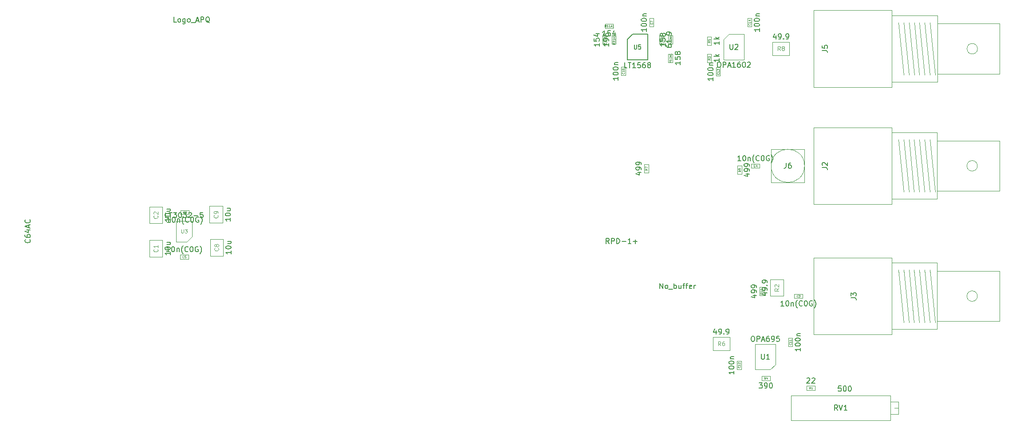
<source format=gbr>
G04 #@! TF.GenerationSoftware,KiCad,Pcbnew,(5.1.9)-1*
G04 #@! TF.CreationDate,2021-10-28T21:28:10+02:00*
G04 #@! TF.ProjectId,PDH-module,5044482d-6d6f-4647-956c-652e6b696361,1.0*
G04 #@! TF.SameCoordinates,Original*
G04 #@! TF.FileFunction,Other,Fab,Top*
%FSLAX46Y46*%
G04 Gerber Fmt 4.6, Leading zero omitted, Abs format (unit mm)*
G04 Created by KiCad (PCBNEW (5.1.9)-1) date 2021-10-28 21:28:10*
%MOMM*%
%LPD*%
G01*
G04 APERTURE LIST*
%ADD10C,0.100000*%
%ADD11C,0.150000*%
%ADD12C,0.120000*%
%ADD13C,0.060000*%
G04 APERTURE END LIST*
D10*
X90850000Y-91700000D02*
X90850000Y-94900000D01*
X88350000Y-91700000D02*
X90850000Y-91700000D01*
X88350000Y-94900000D02*
X88350000Y-91700000D01*
X90850000Y-94900000D02*
X88350000Y-94900000D01*
X90850000Y-88500000D02*
X88350000Y-88500000D01*
X88350000Y-88500000D02*
X88350000Y-85300000D01*
X88350000Y-85300000D02*
X90850000Y-85300000D01*
X90850000Y-85300000D02*
X90850000Y-88500000D01*
X94200000Y-94500000D02*
X95800000Y-94500000D01*
X94200000Y-95300000D02*
X94200000Y-94500000D01*
X95800000Y-95300000D02*
X94200000Y-95300000D01*
X95800000Y-94500000D02*
X95800000Y-95300000D01*
X94312500Y-86800000D02*
X94312500Y-86000000D01*
X94312500Y-86000000D02*
X95912500Y-86000000D01*
X95912500Y-86000000D02*
X95912500Y-86800000D01*
X95912500Y-86800000D02*
X94312500Y-86800000D01*
X183800000Y-49300000D02*
X184600000Y-49300000D01*
X184600000Y-49300000D02*
X184600000Y-50900000D01*
X184600000Y-50900000D02*
X183800000Y-50900000D01*
X183800000Y-50900000D02*
X183800000Y-49300000D01*
X102450000Y-91500000D02*
X102450000Y-94700000D01*
X99950000Y-91500000D02*
X102450000Y-91500000D01*
X99950000Y-94700000D02*
X99950000Y-91500000D01*
X102450000Y-94700000D02*
X99950000Y-94700000D01*
X102350000Y-88400000D02*
X99850000Y-88400000D01*
X99850000Y-88400000D02*
X99850000Y-85200000D01*
X99850000Y-85200000D02*
X102350000Y-85200000D01*
X102350000Y-85200000D02*
X102350000Y-88400000D01*
X178400000Y-60200000D02*
X178400000Y-58600000D01*
X179200000Y-60200000D02*
X178400000Y-60200000D01*
X179200000Y-58600000D02*
X179200000Y-60200000D01*
X178400000Y-58600000D02*
X179200000Y-58600000D01*
X196500000Y-60300000D02*
X196500000Y-58700000D01*
X197300000Y-60300000D02*
X196500000Y-60300000D01*
X197300000Y-58700000D02*
X197300000Y-60300000D01*
X196500000Y-58700000D02*
X197300000Y-58700000D01*
X203300000Y-50900000D02*
X202500000Y-50900000D01*
X202500000Y-50900000D02*
X202500000Y-49300000D01*
X202500000Y-49300000D02*
X203300000Y-49300000D01*
X203300000Y-49300000D02*
X203300000Y-50900000D01*
X231300000Y-72500000D02*
X232300000Y-82500000D01*
X230000000Y-70150000D02*
X215100000Y-70150000D01*
X230000000Y-84850000D02*
X230000000Y-70150000D01*
X215100000Y-84850000D02*
X230000000Y-84850000D01*
X215100000Y-70150000D02*
X215100000Y-84850000D01*
X238700000Y-71150000D02*
X230000000Y-71150000D01*
X238700000Y-83850000D02*
X238700000Y-71150000D01*
X230000000Y-83850000D02*
X238700000Y-83850000D01*
X250600000Y-72700000D02*
X238700000Y-72700000D01*
X250600000Y-82300000D02*
X250600000Y-72700000D01*
X238700000Y-82300000D02*
X250600000Y-82300000D01*
X246370000Y-77500000D02*
G75*
G03*
X246370000Y-77500000I-1000000J0D01*
G01*
X232300000Y-72500000D02*
X233300000Y-82500000D01*
X233300000Y-72500000D02*
X234300000Y-82500000D01*
X234300000Y-72500000D02*
X235300000Y-82500000D01*
X235300000Y-72500000D02*
X236300000Y-82500000D01*
X236300000Y-72500000D02*
X237300000Y-82500000D01*
X237300000Y-72500000D02*
X238300000Y-82500000D01*
X231300000Y-97400000D02*
X232300000Y-107400000D01*
X230000000Y-95050000D02*
X215100000Y-95050000D01*
X230000000Y-109750000D02*
X230000000Y-95050000D01*
X215100000Y-109750000D02*
X230000000Y-109750000D01*
X215100000Y-95050000D02*
X215100000Y-109750000D01*
X238700000Y-96050000D02*
X230000000Y-96050000D01*
X238700000Y-108750000D02*
X238700000Y-96050000D01*
X230000000Y-108750000D02*
X238700000Y-108750000D01*
X250600000Y-97600000D02*
X238700000Y-97600000D01*
X250600000Y-107200000D02*
X250600000Y-97600000D01*
X238700000Y-107200000D02*
X250600000Y-107200000D01*
X246370000Y-102400000D02*
G75*
G03*
X246370000Y-102400000I-1000000J0D01*
G01*
X232300000Y-97400000D02*
X233300000Y-107400000D01*
X233300000Y-97400000D02*
X234300000Y-107400000D01*
X234300000Y-97400000D02*
X235300000Y-107400000D01*
X235300000Y-97400000D02*
X236300000Y-107400000D01*
X236300000Y-97400000D02*
X237300000Y-107400000D01*
X237300000Y-97400000D02*
X238300000Y-107400000D01*
X237320000Y-50120000D02*
X238320000Y-60120000D01*
X236320000Y-50120000D02*
X237320000Y-60120000D01*
X235320000Y-50120000D02*
X236320000Y-60120000D01*
X234320000Y-50120000D02*
X235320000Y-60120000D01*
X233320000Y-50120000D02*
X234320000Y-60120000D01*
X232320000Y-50120000D02*
X233320000Y-60120000D01*
X246390000Y-55120000D02*
G75*
G03*
X246390000Y-55120000I-1000000J0D01*
G01*
X238720000Y-59920000D02*
X250620000Y-59920000D01*
X250620000Y-59920000D02*
X250620000Y-50320000D01*
X250620000Y-50320000D02*
X238720000Y-50320000D01*
X230020000Y-61470000D02*
X238720000Y-61470000D01*
X238720000Y-61470000D02*
X238720000Y-48770000D01*
X238720000Y-48770000D02*
X230020000Y-48770000D01*
X215120000Y-47770000D02*
X215120000Y-62470000D01*
X215120000Y-62470000D02*
X230020000Y-62470000D01*
X230020000Y-62470000D02*
X230020000Y-47770000D01*
X230020000Y-47770000D02*
X215120000Y-47770000D01*
X231320000Y-50120000D02*
X232320000Y-60120000D01*
X195600000Y-56100000D02*
X195600000Y-57700000D01*
X194800000Y-56100000D02*
X195600000Y-56100000D01*
X194800000Y-57700000D02*
X194800000Y-56100000D01*
X195600000Y-57700000D02*
X194800000Y-57700000D01*
X195600000Y-54400000D02*
X194800000Y-54400000D01*
X194800000Y-54400000D02*
X194800000Y-52800000D01*
X194800000Y-52800000D02*
X195600000Y-52800000D01*
X195600000Y-52800000D02*
X195600000Y-54400000D01*
X210500000Y-53850000D02*
X210500000Y-56350000D01*
X210500000Y-56350000D02*
X207300000Y-56350000D01*
X207300000Y-56350000D02*
X207300000Y-53850000D01*
X207300000Y-53850000D02*
X210500000Y-53850000D01*
X176900000Y-51200000D02*
X175300000Y-51200000D01*
X176900000Y-50400000D02*
X176900000Y-51200000D01*
X175300000Y-50400000D02*
X176900000Y-50400000D01*
X175300000Y-51200000D02*
X175300000Y-50400000D01*
X188200000Y-56100000D02*
X188200000Y-57700000D01*
X187400000Y-56100000D02*
X188200000Y-56100000D01*
X187400000Y-57700000D02*
X187400000Y-56100000D01*
X188200000Y-57700000D02*
X187400000Y-57700000D01*
X174800000Y-52600000D02*
X175600000Y-52600000D01*
X175600000Y-52600000D02*
X175600000Y-54200000D01*
X175600000Y-54200000D02*
X174800000Y-54200000D01*
X174800000Y-54200000D02*
X174800000Y-52600000D01*
X187400000Y-52600000D02*
X188200000Y-52600000D01*
X188200000Y-52600000D02*
X188200000Y-54200000D01*
X188200000Y-54200000D02*
X187400000Y-54200000D01*
X187400000Y-54200000D02*
X187400000Y-52600000D01*
X176600000Y-52600000D02*
X177400000Y-52600000D01*
X177400000Y-52600000D02*
X177400000Y-54200000D01*
X177400000Y-54200000D02*
X176600000Y-54200000D01*
X176600000Y-54200000D02*
X176600000Y-52600000D01*
X186500000Y-52600000D02*
X186500000Y-54200000D01*
X185700000Y-52600000D02*
X186500000Y-52600000D01*
X185700000Y-54200000D02*
X185700000Y-52600000D01*
X186500000Y-54200000D02*
X185700000Y-54200000D01*
X198925000Y-52350000D02*
X201850000Y-52350000D01*
X201850000Y-52350000D02*
X201850000Y-57250000D01*
X201850000Y-57250000D02*
X197950000Y-57250000D01*
X197950000Y-57250000D02*
X197950000Y-53325000D01*
X197950000Y-53325000D02*
X198925000Y-52350000D01*
X96500000Y-91010000D02*
X95500000Y-92010000D01*
X96500000Y-88010000D02*
X96500000Y-91010000D01*
X93500000Y-88010000D02*
X96500000Y-88010000D01*
X93500000Y-92010000D02*
X93500000Y-88010000D01*
X95500000Y-92010000D02*
X93500000Y-92010000D01*
D11*
X180550000Y-52350000D02*
X183450000Y-52350000D01*
X183450000Y-52350000D02*
X183450000Y-57250000D01*
X183450000Y-57250000D02*
X179550000Y-57250000D01*
X179550000Y-57250000D02*
X179550000Y-53350000D01*
X179550000Y-53350000D02*
X180550000Y-52350000D01*
D10*
X213025000Y-102800000D02*
X211425000Y-102800000D01*
X213025000Y-102000000D02*
X213025000Y-102800000D01*
X211425000Y-102000000D02*
X213025000Y-102000000D01*
X211425000Y-102800000D02*
X211425000Y-102000000D01*
X204800000Y-77100000D02*
X204800000Y-77900000D01*
X204800000Y-77900000D02*
X203200000Y-77900000D01*
X203200000Y-77900000D02*
X203200000Y-77100000D01*
X203200000Y-77100000D02*
X204800000Y-77100000D01*
X213375000Y-77500000D02*
G75*
G03*
X213375000Y-77500000I-3175000J0D01*
G01*
X207025000Y-74325000D02*
X213375000Y-74325000D01*
X207025000Y-74325000D02*
X207025000Y-80675000D01*
X207025000Y-80675000D02*
X213375000Y-80675000D01*
X213375000Y-74325000D02*
X213375000Y-80675000D01*
X213800000Y-119587500D02*
X215400000Y-119587500D01*
X213800000Y-120412500D02*
X213800000Y-119587500D01*
X215400000Y-120412500D02*
X213800000Y-120412500D01*
X215400000Y-119587500D02*
X215400000Y-120412500D01*
X206855000Y-102400000D02*
X206855000Y-99200000D01*
X209345000Y-102400000D02*
X206855000Y-102400000D01*
X209345000Y-99200000D02*
X209345000Y-102400000D01*
X206855000Y-99200000D02*
X209345000Y-99200000D01*
X205200000Y-118512500D02*
X205200000Y-117687500D01*
X205200000Y-117687500D02*
X206800000Y-117687500D01*
X206800000Y-117687500D02*
X206800000Y-118512500D01*
X206800000Y-118512500D02*
X205200000Y-118512500D01*
X199100000Y-110255000D02*
X199100000Y-112745000D01*
X199100000Y-112745000D02*
X195900000Y-112745000D01*
X195900000Y-112745000D02*
X195900000Y-110255000D01*
X195900000Y-110255000D02*
X199100000Y-110255000D01*
X182787500Y-77200000D02*
X183612500Y-77200000D01*
X183612500Y-77200000D02*
X183612500Y-78800000D01*
X183612500Y-78800000D02*
X182787500Y-78800000D01*
X182787500Y-78800000D02*
X182787500Y-77200000D01*
X201412500Y-77500000D02*
X201412500Y-79100000D01*
X200587500Y-77500000D02*
X201412500Y-77500000D01*
X200587500Y-79100000D02*
X200587500Y-77500000D01*
X201412500Y-79100000D02*
X200587500Y-79100000D01*
X206875000Y-116450000D02*
X203950000Y-116450000D01*
X203950000Y-116450000D02*
X203950000Y-111550000D01*
X203950000Y-111550000D02*
X207850000Y-111550000D01*
X207850000Y-111550000D02*
X207850000Y-115475000D01*
X207850000Y-115475000D02*
X206875000Y-116450000D01*
X211100000Y-110400000D02*
X211100000Y-112000000D01*
X210300000Y-110400000D02*
X211100000Y-110400000D01*
X210300000Y-112000000D02*
X210300000Y-110400000D01*
X211100000Y-112000000D02*
X210300000Y-112000000D01*
X200500000Y-114800000D02*
X201300000Y-114800000D01*
X201300000Y-114800000D02*
X201300000Y-116400000D01*
X201300000Y-116400000D02*
X200500000Y-116400000D01*
X200500000Y-116400000D02*
X200500000Y-114800000D01*
X229800000Y-126170000D02*
X229800000Y-121370000D01*
X229800000Y-121370000D02*
X210800000Y-121370000D01*
X210800000Y-121370000D02*
X210800000Y-126170000D01*
X210800000Y-126170000D02*
X229800000Y-126170000D01*
X231320000Y-124950000D02*
X231320000Y-122590000D01*
X231320000Y-122590000D02*
X229800000Y-122590000D01*
X229800000Y-122590000D02*
X229800000Y-124950000D01*
X229800000Y-124950000D02*
X231320000Y-124950000D01*
X231320000Y-123770000D02*
X230560000Y-123770000D01*
X204787500Y-102300000D02*
X204787500Y-100700000D01*
X205612500Y-102300000D02*
X204787500Y-102300000D01*
X205612500Y-100700000D02*
X205612500Y-102300000D01*
X204787500Y-100700000D02*
X205612500Y-100700000D01*
D11*
X176095238Y-92352380D02*
X175761904Y-91876190D01*
X175523809Y-92352380D02*
X175523809Y-91352380D01*
X175904761Y-91352380D01*
X176000000Y-91400000D01*
X176047619Y-91447619D01*
X176095238Y-91542857D01*
X176095238Y-91685714D01*
X176047619Y-91780952D01*
X176000000Y-91828571D01*
X175904761Y-91876190D01*
X175523809Y-91876190D01*
X176523809Y-92352380D02*
X176523809Y-91352380D01*
X176904761Y-91352380D01*
X177000000Y-91400000D01*
X177047619Y-91447619D01*
X177095238Y-91542857D01*
X177095238Y-91685714D01*
X177047619Y-91780952D01*
X177000000Y-91828571D01*
X176904761Y-91876190D01*
X176523809Y-91876190D01*
X177523809Y-92352380D02*
X177523809Y-91352380D01*
X177761904Y-91352380D01*
X177904761Y-91400000D01*
X178000000Y-91495238D01*
X178047619Y-91590476D01*
X178095238Y-91780952D01*
X178095238Y-91923809D01*
X178047619Y-92114285D01*
X178000000Y-92209523D01*
X177904761Y-92304761D01*
X177761904Y-92352380D01*
X177523809Y-92352380D01*
X178523809Y-91971428D02*
X179285714Y-91971428D01*
X180285714Y-92352380D02*
X179714285Y-92352380D01*
X180000000Y-92352380D02*
X180000000Y-91352380D01*
X179904761Y-91495238D01*
X179809523Y-91590476D01*
X179714285Y-91638095D01*
X180714285Y-91971428D02*
X181476190Y-91971428D01*
X181095238Y-92352380D02*
X181095238Y-91590476D01*
X92332380Y-93942857D02*
X92332380Y-94514285D01*
X92332380Y-94228571D02*
X91332380Y-94228571D01*
X91475238Y-94323809D01*
X91570476Y-94419047D01*
X91618095Y-94514285D01*
X91332380Y-93323809D02*
X91332380Y-93228571D01*
X91380000Y-93133333D01*
X91427619Y-93085714D01*
X91522857Y-93038095D01*
X91713333Y-92990476D01*
X91951428Y-92990476D01*
X92141904Y-93038095D01*
X92237142Y-93085714D01*
X92284761Y-93133333D01*
X92332380Y-93228571D01*
X92332380Y-93323809D01*
X92284761Y-93419047D01*
X92237142Y-93466666D01*
X92141904Y-93514285D01*
X91951428Y-93561904D01*
X91713333Y-93561904D01*
X91522857Y-93514285D01*
X91427619Y-93466666D01*
X91380000Y-93419047D01*
X91332380Y-93323809D01*
X91665714Y-92133333D02*
X92332380Y-92133333D01*
X91665714Y-92561904D02*
X92189523Y-92561904D01*
X92284761Y-92514285D01*
X92332380Y-92419047D01*
X92332380Y-92276190D01*
X92284761Y-92180952D01*
X92237142Y-92133333D01*
D12*
X89885714Y-93433333D02*
X89923809Y-93471428D01*
X89961904Y-93585714D01*
X89961904Y-93661904D01*
X89923809Y-93776190D01*
X89847619Y-93852380D01*
X89771428Y-93890476D01*
X89619047Y-93928571D01*
X89504761Y-93928571D01*
X89352380Y-93890476D01*
X89276190Y-93852380D01*
X89200000Y-93776190D01*
X89161904Y-93661904D01*
X89161904Y-93585714D01*
X89200000Y-93471428D01*
X89238095Y-93433333D01*
X89961904Y-92671428D02*
X89961904Y-93128571D01*
X89961904Y-92900000D02*
X89161904Y-92900000D01*
X89276190Y-92976190D01*
X89352380Y-93052380D01*
X89390476Y-93128571D01*
D11*
X92332380Y-87542857D02*
X92332380Y-88114285D01*
X92332380Y-87828571D02*
X91332380Y-87828571D01*
X91475238Y-87923809D01*
X91570476Y-88019047D01*
X91618095Y-88114285D01*
X91332380Y-86923809D02*
X91332380Y-86828571D01*
X91380000Y-86733333D01*
X91427619Y-86685714D01*
X91522857Y-86638095D01*
X91713333Y-86590476D01*
X91951428Y-86590476D01*
X92141904Y-86638095D01*
X92237142Y-86685714D01*
X92284761Y-86733333D01*
X92332380Y-86828571D01*
X92332380Y-86923809D01*
X92284761Y-87019047D01*
X92237142Y-87066666D01*
X92141904Y-87114285D01*
X91951428Y-87161904D01*
X91713333Y-87161904D01*
X91522857Y-87114285D01*
X91427619Y-87066666D01*
X91380000Y-87019047D01*
X91332380Y-86923809D01*
X91665714Y-85733333D02*
X92332380Y-85733333D01*
X91665714Y-86161904D02*
X92189523Y-86161904D01*
X92284761Y-86114285D01*
X92332380Y-86019047D01*
X92332380Y-85876190D01*
X92284761Y-85780952D01*
X92237142Y-85733333D01*
D12*
X89885714Y-87033333D02*
X89923809Y-87071428D01*
X89961904Y-87185714D01*
X89961904Y-87261904D01*
X89923809Y-87376190D01*
X89847619Y-87452380D01*
X89771428Y-87490476D01*
X89619047Y-87528571D01*
X89504761Y-87528571D01*
X89352380Y-87490476D01*
X89276190Y-87452380D01*
X89200000Y-87376190D01*
X89161904Y-87261904D01*
X89161904Y-87185714D01*
X89200000Y-87071428D01*
X89238095Y-87033333D01*
X89238095Y-86728571D02*
X89200000Y-86690476D01*
X89161904Y-86614285D01*
X89161904Y-86423809D01*
X89200000Y-86347619D01*
X89238095Y-86309523D01*
X89314285Y-86271428D01*
X89390476Y-86271428D01*
X89504761Y-86309523D01*
X89961904Y-86766666D01*
X89961904Y-86271428D01*
D11*
X92214285Y-93922380D02*
X91642857Y-93922380D01*
X91928571Y-93922380D02*
X91928571Y-92922380D01*
X91833333Y-93065238D01*
X91738095Y-93160476D01*
X91642857Y-93208095D01*
X92833333Y-92922380D02*
X92928571Y-92922380D01*
X93023809Y-92970000D01*
X93071428Y-93017619D01*
X93119047Y-93112857D01*
X93166666Y-93303333D01*
X93166666Y-93541428D01*
X93119047Y-93731904D01*
X93071428Y-93827142D01*
X93023809Y-93874761D01*
X92928571Y-93922380D01*
X92833333Y-93922380D01*
X92738095Y-93874761D01*
X92690476Y-93827142D01*
X92642857Y-93731904D01*
X92595238Y-93541428D01*
X92595238Y-93303333D01*
X92642857Y-93112857D01*
X92690476Y-93017619D01*
X92738095Y-92970000D01*
X92833333Y-92922380D01*
X93595238Y-93255714D02*
X93595238Y-93922380D01*
X93595238Y-93350952D02*
X93642857Y-93303333D01*
X93738095Y-93255714D01*
X93880952Y-93255714D01*
X93976190Y-93303333D01*
X94023809Y-93398571D01*
X94023809Y-93922380D01*
X94785714Y-94303333D02*
X94738095Y-94255714D01*
X94642857Y-94112857D01*
X94595238Y-94017619D01*
X94547619Y-93874761D01*
X94500000Y-93636666D01*
X94500000Y-93446190D01*
X94547619Y-93208095D01*
X94595238Y-93065238D01*
X94642857Y-92970000D01*
X94738095Y-92827142D01*
X94785714Y-92779523D01*
X95738095Y-93827142D02*
X95690476Y-93874761D01*
X95547619Y-93922380D01*
X95452380Y-93922380D01*
X95309523Y-93874761D01*
X95214285Y-93779523D01*
X95166666Y-93684285D01*
X95119047Y-93493809D01*
X95119047Y-93350952D01*
X95166666Y-93160476D01*
X95214285Y-93065238D01*
X95309523Y-92970000D01*
X95452380Y-92922380D01*
X95547619Y-92922380D01*
X95690476Y-92970000D01*
X95738095Y-93017619D01*
X96357142Y-92922380D02*
X96452380Y-92922380D01*
X96547619Y-92970000D01*
X96595238Y-93017619D01*
X96642857Y-93112857D01*
X96690476Y-93303333D01*
X96690476Y-93541428D01*
X96642857Y-93731904D01*
X96595238Y-93827142D01*
X96547619Y-93874761D01*
X96452380Y-93922380D01*
X96357142Y-93922380D01*
X96261904Y-93874761D01*
X96214285Y-93827142D01*
X96166666Y-93731904D01*
X96119047Y-93541428D01*
X96119047Y-93303333D01*
X96166666Y-93112857D01*
X96214285Y-93017619D01*
X96261904Y-92970000D01*
X96357142Y-92922380D01*
X97642857Y-92970000D02*
X97547619Y-92922380D01*
X97404761Y-92922380D01*
X97261904Y-92970000D01*
X97166666Y-93065238D01*
X97119047Y-93160476D01*
X97071428Y-93350952D01*
X97071428Y-93493809D01*
X97119047Y-93684285D01*
X97166666Y-93779523D01*
X97261904Y-93874761D01*
X97404761Y-93922380D01*
X97500000Y-93922380D01*
X97642857Y-93874761D01*
X97690476Y-93827142D01*
X97690476Y-93493809D01*
X97500000Y-93493809D01*
X98023809Y-94303333D02*
X98071428Y-94255714D01*
X98166666Y-94112857D01*
X98214285Y-94017619D01*
X98261904Y-93874761D01*
X98309523Y-93636666D01*
X98309523Y-93446190D01*
X98261904Y-93208095D01*
X98214285Y-93065238D01*
X98166666Y-92970000D01*
X98071428Y-92827142D01*
X98023809Y-92779523D01*
D13*
X94933333Y-95042857D02*
X94914285Y-95061904D01*
X94857142Y-95080952D01*
X94819047Y-95080952D01*
X94761904Y-95061904D01*
X94723809Y-95023809D01*
X94704761Y-94985714D01*
X94685714Y-94909523D01*
X94685714Y-94852380D01*
X94704761Y-94776190D01*
X94723809Y-94738095D01*
X94761904Y-94700000D01*
X94819047Y-94680952D01*
X94857142Y-94680952D01*
X94914285Y-94700000D01*
X94933333Y-94719047D01*
X95295238Y-94680952D02*
X95104761Y-94680952D01*
X95085714Y-94871428D01*
X95104761Y-94852380D01*
X95142857Y-94833333D01*
X95238095Y-94833333D01*
X95276190Y-94852380D01*
X95295238Y-94871428D01*
X95314285Y-94909523D01*
X95314285Y-95004761D01*
X95295238Y-95042857D01*
X95276190Y-95061904D01*
X95238095Y-95080952D01*
X95142857Y-95080952D01*
X95104761Y-95061904D01*
X95085714Y-95042857D01*
D11*
X92326785Y-88282380D02*
X91755357Y-88282380D01*
X92041071Y-88282380D02*
X92041071Y-87282380D01*
X91945833Y-87425238D01*
X91850595Y-87520476D01*
X91755357Y-87568095D01*
X92945833Y-87282380D02*
X93041071Y-87282380D01*
X93136309Y-87330000D01*
X93183928Y-87377619D01*
X93231547Y-87472857D01*
X93279166Y-87663333D01*
X93279166Y-87901428D01*
X93231547Y-88091904D01*
X93183928Y-88187142D01*
X93136309Y-88234761D01*
X93041071Y-88282380D01*
X92945833Y-88282380D01*
X92850595Y-88234761D01*
X92802976Y-88187142D01*
X92755357Y-88091904D01*
X92707738Y-87901428D01*
X92707738Y-87663333D01*
X92755357Y-87472857D01*
X92802976Y-87377619D01*
X92850595Y-87330000D01*
X92945833Y-87282380D01*
X93707738Y-87615714D02*
X93707738Y-88282380D01*
X93707738Y-87710952D02*
X93755357Y-87663333D01*
X93850595Y-87615714D01*
X93993452Y-87615714D01*
X94088690Y-87663333D01*
X94136309Y-87758571D01*
X94136309Y-88282380D01*
X94898214Y-88663333D02*
X94850595Y-88615714D01*
X94755357Y-88472857D01*
X94707738Y-88377619D01*
X94660119Y-88234761D01*
X94612500Y-87996666D01*
X94612500Y-87806190D01*
X94660119Y-87568095D01*
X94707738Y-87425238D01*
X94755357Y-87330000D01*
X94850595Y-87187142D01*
X94898214Y-87139523D01*
X95850595Y-88187142D02*
X95802976Y-88234761D01*
X95660119Y-88282380D01*
X95564880Y-88282380D01*
X95422023Y-88234761D01*
X95326785Y-88139523D01*
X95279166Y-88044285D01*
X95231547Y-87853809D01*
X95231547Y-87710952D01*
X95279166Y-87520476D01*
X95326785Y-87425238D01*
X95422023Y-87330000D01*
X95564880Y-87282380D01*
X95660119Y-87282380D01*
X95802976Y-87330000D01*
X95850595Y-87377619D01*
X96469642Y-87282380D02*
X96564880Y-87282380D01*
X96660119Y-87330000D01*
X96707738Y-87377619D01*
X96755357Y-87472857D01*
X96802976Y-87663333D01*
X96802976Y-87901428D01*
X96755357Y-88091904D01*
X96707738Y-88187142D01*
X96660119Y-88234761D01*
X96564880Y-88282380D01*
X96469642Y-88282380D01*
X96374404Y-88234761D01*
X96326785Y-88187142D01*
X96279166Y-88091904D01*
X96231547Y-87901428D01*
X96231547Y-87663333D01*
X96279166Y-87472857D01*
X96326785Y-87377619D01*
X96374404Y-87330000D01*
X96469642Y-87282380D01*
X97755357Y-87330000D02*
X97660119Y-87282380D01*
X97517261Y-87282380D01*
X97374404Y-87330000D01*
X97279166Y-87425238D01*
X97231547Y-87520476D01*
X97183928Y-87710952D01*
X97183928Y-87853809D01*
X97231547Y-88044285D01*
X97279166Y-88139523D01*
X97374404Y-88234761D01*
X97517261Y-88282380D01*
X97612500Y-88282380D01*
X97755357Y-88234761D01*
X97802976Y-88187142D01*
X97802976Y-87853809D01*
X97612500Y-87853809D01*
X98136309Y-88663333D02*
X98183928Y-88615714D01*
X98279166Y-88472857D01*
X98326785Y-88377619D01*
X98374404Y-88234761D01*
X98422023Y-87996666D01*
X98422023Y-87806190D01*
X98374404Y-87568095D01*
X98326785Y-87425238D01*
X98279166Y-87330000D01*
X98183928Y-87187142D01*
X98136309Y-87139523D01*
D13*
X95045833Y-86542857D02*
X95026785Y-86561904D01*
X94969642Y-86580952D01*
X94931547Y-86580952D01*
X94874404Y-86561904D01*
X94836309Y-86523809D01*
X94817261Y-86485714D01*
X94798214Y-86409523D01*
X94798214Y-86352380D01*
X94817261Y-86276190D01*
X94836309Y-86238095D01*
X94874404Y-86200000D01*
X94931547Y-86180952D01*
X94969642Y-86180952D01*
X95026785Y-86200000D01*
X95045833Y-86219047D01*
X95388690Y-86180952D02*
X95312500Y-86180952D01*
X95274404Y-86200000D01*
X95255357Y-86219047D01*
X95217261Y-86276190D01*
X95198214Y-86352380D01*
X95198214Y-86504761D01*
X95217261Y-86542857D01*
X95236309Y-86561904D01*
X95274404Y-86580952D01*
X95350595Y-86580952D01*
X95388690Y-86561904D01*
X95407738Y-86542857D01*
X95426785Y-86504761D01*
X95426785Y-86409523D01*
X95407738Y-86371428D01*
X95388690Y-86352380D01*
X95350595Y-86333333D01*
X95274404Y-86333333D01*
X95236309Y-86352380D01*
X95217261Y-86371428D01*
X95198214Y-86409523D01*
D11*
X183222380Y-51219047D02*
X183222380Y-51790476D01*
X183222380Y-51504761D02*
X182222380Y-51504761D01*
X182365238Y-51600000D01*
X182460476Y-51695238D01*
X182508095Y-51790476D01*
X182222380Y-50600000D02*
X182222380Y-50504761D01*
X182270000Y-50409523D01*
X182317619Y-50361904D01*
X182412857Y-50314285D01*
X182603333Y-50266666D01*
X182841428Y-50266666D01*
X183031904Y-50314285D01*
X183127142Y-50361904D01*
X183174761Y-50409523D01*
X183222380Y-50504761D01*
X183222380Y-50600000D01*
X183174761Y-50695238D01*
X183127142Y-50742857D01*
X183031904Y-50790476D01*
X182841428Y-50838095D01*
X182603333Y-50838095D01*
X182412857Y-50790476D01*
X182317619Y-50742857D01*
X182270000Y-50695238D01*
X182222380Y-50600000D01*
X182222380Y-49647619D02*
X182222380Y-49552380D01*
X182270000Y-49457142D01*
X182317619Y-49409523D01*
X182412857Y-49361904D01*
X182603333Y-49314285D01*
X182841428Y-49314285D01*
X183031904Y-49361904D01*
X183127142Y-49409523D01*
X183174761Y-49457142D01*
X183222380Y-49552380D01*
X183222380Y-49647619D01*
X183174761Y-49742857D01*
X183127142Y-49790476D01*
X183031904Y-49838095D01*
X182841428Y-49885714D01*
X182603333Y-49885714D01*
X182412857Y-49838095D01*
X182317619Y-49790476D01*
X182270000Y-49742857D01*
X182222380Y-49647619D01*
X182555714Y-48885714D02*
X183222380Y-48885714D01*
X182650952Y-48885714D02*
X182603333Y-48838095D01*
X182555714Y-48742857D01*
X182555714Y-48600000D01*
X182603333Y-48504761D01*
X182698571Y-48457142D01*
X183222380Y-48457142D01*
D13*
X184342857Y-50166666D02*
X184361904Y-50185714D01*
X184380952Y-50242857D01*
X184380952Y-50280952D01*
X184361904Y-50338095D01*
X184323809Y-50376190D01*
X184285714Y-50395238D01*
X184209523Y-50414285D01*
X184152380Y-50414285D01*
X184076190Y-50395238D01*
X184038095Y-50376190D01*
X184000000Y-50338095D01*
X183980952Y-50280952D01*
X183980952Y-50242857D01*
X184000000Y-50185714D01*
X184019047Y-50166666D01*
X183980952Y-50033333D02*
X183980952Y-49766666D01*
X184380952Y-49938095D01*
D11*
X103932380Y-93742857D02*
X103932380Y-94314285D01*
X103932380Y-94028571D02*
X102932380Y-94028571D01*
X103075238Y-94123809D01*
X103170476Y-94219047D01*
X103218095Y-94314285D01*
X102932380Y-93123809D02*
X102932380Y-93028571D01*
X102980000Y-92933333D01*
X103027619Y-92885714D01*
X103122857Y-92838095D01*
X103313333Y-92790476D01*
X103551428Y-92790476D01*
X103741904Y-92838095D01*
X103837142Y-92885714D01*
X103884761Y-92933333D01*
X103932380Y-93028571D01*
X103932380Y-93123809D01*
X103884761Y-93219047D01*
X103837142Y-93266666D01*
X103741904Y-93314285D01*
X103551428Y-93361904D01*
X103313333Y-93361904D01*
X103122857Y-93314285D01*
X103027619Y-93266666D01*
X102980000Y-93219047D01*
X102932380Y-93123809D01*
X103265714Y-91933333D02*
X103932380Y-91933333D01*
X103265714Y-92361904D02*
X103789523Y-92361904D01*
X103884761Y-92314285D01*
X103932380Y-92219047D01*
X103932380Y-92076190D01*
X103884761Y-91980952D01*
X103837142Y-91933333D01*
D12*
X101485714Y-93233333D02*
X101523809Y-93271428D01*
X101561904Y-93385714D01*
X101561904Y-93461904D01*
X101523809Y-93576190D01*
X101447619Y-93652380D01*
X101371428Y-93690476D01*
X101219047Y-93728571D01*
X101104761Y-93728571D01*
X100952380Y-93690476D01*
X100876190Y-93652380D01*
X100800000Y-93576190D01*
X100761904Y-93461904D01*
X100761904Y-93385714D01*
X100800000Y-93271428D01*
X100838095Y-93233333D01*
X101104761Y-92776190D02*
X101066666Y-92852380D01*
X101028571Y-92890476D01*
X100952380Y-92928571D01*
X100914285Y-92928571D01*
X100838095Y-92890476D01*
X100800000Y-92852380D01*
X100761904Y-92776190D01*
X100761904Y-92623809D01*
X100800000Y-92547619D01*
X100838095Y-92509523D01*
X100914285Y-92471428D01*
X100952380Y-92471428D01*
X101028571Y-92509523D01*
X101066666Y-92547619D01*
X101104761Y-92623809D01*
X101104761Y-92776190D01*
X101142857Y-92852380D01*
X101180952Y-92890476D01*
X101257142Y-92928571D01*
X101409523Y-92928571D01*
X101485714Y-92890476D01*
X101523809Y-92852380D01*
X101561904Y-92776190D01*
X101561904Y-92623809D01*
X101523809Y-92547619D01*
X101485714Y-92509523D01*
X101409523Y-92471428D01*
X101257142Y-92471428D01*
X101180952Y-92509523D01*
X101142857Y-92547619D01*
X101104761Y-92623809D01*
D11*
X103832380Y-87442857D02*
X103832380Y-88014285D01*
X103832380Y-87728571D02*
X102832380Y-87728571D01*
X102975238Y-87823809D01*
X103070476Y-87919047D01*
X103118095Y-88014285D01*
X102832380Y-86823809D02*
X102832380Y-86728571D01*
X102880000Y-86633333D01*
X102927619Y-86585714D01*
X103022857Y-86538095D01*
X103213333Y-86490476D01*
X103451428Y-86490476D01*
X103641904Y-86538095D01*
X103737142Y-86585714D01*
X103784761Y-86633333D01*
X103832380Y-86728571D01*
X103832380Y-86823809D01*
X103784761Y-86919047D01*
X103737142Y-86966666D01*
X103641904Y-87014285D01*
X103451428Y-87061904D01*
X103213333Y-87061904D01*
X103022857Y-87014285D01*
X102927619Y-86966666D01*
X102880000Y-86919047D01*
X102832380Y-86823809D01*
X103165714Y-85633333D02*
X103832380Y-85633333D01*
X103165714Y-86061904D02*
X103689523Y-86061904D01*
X103784761Y-86014285D01*
X103832380Y-85919047D01*
X103832380Y-85776190D01*
X103784761Y-85680952D01*
X103737142Y-85633333D01*
D12*
X101385714Y-86933333D02*
X101423809Y-86971428D01*
X101461904Y-87085714D01*
X101461904Y-87161904D01*
X101423809Y-87276190D01*
X101347619Y-87352380D01*
X101271428Y-87390476D01*
X101119047Y-87428571D01*
X101004761Y-87428571D01*
X100852380Y-87390476D01*
X100776190Y-87352380D01*
X100700000Y-87276190D01*
X100661904Y-87161904D01*
X100661904Y-87085714D01*
X100700000Y-86971428D01*
X100738095Y-86933333D01*
X101461904Y-86552380D02*
X101461904Y-86400000D01*
X101423809Y-86323809D01*
X101385714Y-86285714D01*
X101271428Y-86209523D01*
X101119047Y-86171428D01*
X100814285Y-86171428D01*
X100738095Y-86209523D01*
X100700000Y-86247619D01*
X100661904Y-86323809D01*
X100661904Y-86476190D01*
X100700000Y-86552380D01*
X100738095Y-86590476D01*
X100814285Y-86628571D01*
X101004761Y-86628571D01*
X101080952Y-86590476D01*
X101119047Y-86552380D01*
X101157142Y-86476190D01*
X101157142Y-86323809D01*
X101119047Y-86247619D01*
X101080952Y-86209523D01*
X101004761Y-86171428D01*
D11*
X177822380Y-60519047D02*
X177822380Y-61090476D01*
X177822380Y-60804761D02*
X176822380Y-60804761D01*
X176965238Y-60900000D01*
X177060476Y-60995238D01*
X177108095Y-61090476D01*
X176822380Y-59900000D02*
X176822380Y-59804761D01*
X176870000Y-59709523D01*
X176917619Y-59661904D01*
X177012857Y-59614285D01*
X177203333Y-59566666D01*
X177441428Y-59566666D01*
X177631904Y-59614285D01*
X177727142Y-59661904D01*
X177774761Y-59709523D01*
X177822380Y-59804761D01*
X177822380Y-59900000D01*
X177774761Y-59995238D01*
X177727142Y-60042857D01*
X177631904Y-60090476D01*
X177441428Y-60138095D01*
X177203333Y-60138095D01*
X177012857Y-60090476D01*
X176917619Y-60042857D01*
X176870000Y-59995238D01*
X176822380Y-59900000D01*
X176822380Y-58947619D02*
X176822380Y-58852380D01*
X176870000Y-58757142D01*
X176917619Y-58709523D01*
X177012857Y-58661904D01*
X177203333Y-58614285D01*
X177441428Y-58614285D01*
X177631904Y-58661904D01*
X177727142Y-58709523D01*
X177774761Y-58757142D01*
X177822380Y-58852380D01*
X177822380Y-58947619D01*
X177774761Y-59042857D01*
X177727142Y-59090476D01*
X177631904Y-59138095D01*
X177441428Y-59185714D01*
X177203333Y-59185714D01*
X177012857Y-59138095D01*
X176917619Y-59090476D01*
X176870000Y-59042857D01*
X176822380Y-58947619D01*
X177155714Y-58185714D02*
X177822380Y-58185714D01*
X177250952Y-58185714D02*
X177203333Y-58138095D01*
X177155714Y-58042857D01*
X177155714Y-57900000D01*
X177203333Y-57804761D01*
X177298571Y-57757142D01*
X177822380Y-57757142D01*
D13*
X178942857Y-59657142D02*
X178961904Y-59676190D01*
X178980952Y-59733333D01*
X178980952Y-59771428D01*
X178961904Y-59828571D01*
X178923809Y-59866666D01*
X178885714Y-59885714D01*
X178809523Y-59904761D01*
X178752380Y-59904761D01*
X178676190Y-59885714D01*
X178638095Y-59866666D01*
X178600000Y-59828571D01*
X178580952Y-59771428D01*
X178580952Y-59733333D01*
X178600000Y-59676190D01*
X178619047Y-59657142D01*
X178980952Y-59276190D02*
X178980952Y-59504761D01*
X178980952Y-59390476D02*
X178580952Y-59390476D01*
X178638095Y-59428571D01*
X178676190Y-59466666D01*
X178695238Y-59504761D01*
X178580952Y-59028571D02*
X178580952Y-58990476D01*
X178600000Y-58952380D01*
X178619047Y-58933333D01*
X178657142Y-58914285D01*
X178733333Y-58895238D01*
X178828571Y-58895238D01*
X178904761Y-58914285D01*
X178942857Y-58933333D01*
X178961904Y-58952380D01*
X178980952Y-58990476D01*
X178980952Y-59028571D01*
X178961904Y-59066666D01*
X178942857Y-59085714D01*
X178904761Y-59104761D01*
X178828571Y-59123809D01*
X178733333Y-59123809D01*
X178657142Y-59104761D01*
X178619047Y-59085714D01*
X178600000Y-59066666D01*
X178580952Y-59028571D01*
D11*
X195922380Y-60619047D02*
X195922380Y-61190476D01*
X195922380Y-60904761D02*
X194922380Y-60904761D01*
X195065238Y-61000000D01*
X195160476Y-61095238D01*
X195208095Y-61190476D01*
X194922380Y-60000000D02*
X194922380Y-59904761D01*
X194970000Y-59809523D01*
X195017619Y-59761904D01*
X195112857Y-59714285D01*
X195303333Y-59666666D01*
X195541428Y-59666666D01*
X195731904Y-59714285D01*
X195827142Y-59761904D01*
X195874761Y-59809523D01*
X195922380Y-59904761D01*
X195922380Y-60000000D01*
X195874761Y-60095238D01*
X195827142Y-60142857D01*
X195731904Y-60190476D01*
X195541428Y-60238095D01*
X195303333Y-60238095D01*
X195112857Y-60190476D01*
X195017619Y-60142857D01*
X194970000Y-60095238D01*
X194922380Y-60000000D01*
X194922380Y-59047619D02*
X194922380Y-58952380D01*
X194970000Y-58857142D01*
X195017619Y-58809523D01*
X195112857Y-58761904D01*
X195303333Y-58714285D01*
X195541428Y-58714285D01*
X195731904Y-58761904D01*
X195827142Y-58809523D01*
X195874761Y-58857142D01*
X195922380Y-58952380D01*
X195922380Y-59047619D01*
X195874761Y-59142857D01*
X195827142Y-59190476D01*
X195731904Y-59238095D01*
X195541428Y-59285714D01*
X195303333Y-59285714D01*
X195112857Y-59238095D01*
X195017619Y-59190476D01*
X194970000Y-59142857D01*
X194922380Y-59047619D01*
X195255714Y-58285714D02*
X195922380Y-58285714D01*
X195350952Y-58285714D02*
X195303333Y-58238095D01*
X195255714Y-58142857D01*
X195255714Y-58000000D01*
X195303333Y-57904761D01*
X195398571Y-57857142D01*
X195922380Y-57857142D01*
D13*
X197042857Y-59757142D02*
X197061904Y-59776190D01*
X197080952Y-59833333D01*
X197080952Y-59871428D01*
X197061904Y-59928571D01*
X197023809Y-59966666D01*
X196985714Y-59985714D01*
X196909523Y-60004761D01*
X196852380Y-60004761D01*
X196776190Y-59985714D01*
X196738095Y-59966666D01*
X196700000Y-59928571D01*
X196680952Y-59871428D01*
X196680952Y-59833333D01*
X196700000Y-59776190D01*
X196719047Y-59757142D01*
X197080952Y-59376190D02*
X197080952Y-59604761D01*
X197080952Y-59490476D02*
X196680952Y-59490476D01*
X196738095Y-59528571D01*
X196776190Y-59566666D01*
X196795238Y-59604761D01*
X196680952Y-59242857D02*
X196680952Y-58995238D01*
X196833333Y-59128571D01*
X196833333Y-59071428D01*
X196852380Y-59033333D01*
X196871428Y-59014285D01*
X196909523Y-58995238D01*
X197004761Y-58995238D01*
X197042857Y-59014285D01*
X197061904Y-59033333D01*
X197080952Y-59071428D01*
X197080952Y-59185714D01*
X197061904Y-59223809D01*
X197042857Y-59242857D01*
D11*
X204782380Y-51219047D02*
X204782380Y-51790476D01*
X204782380Y-51504761D02*
X203782380Y-51504761D01*
X203925238Y-51600000D01*
X204020476Y-51695238D01*
X204068095Y-51790476D01*
X203782380Y-50600000D02*
X203782380Y-50504761D01*
X203830000Y-50409523D01*
X203877619Y-50361904D01*
X203972857Y-50314285D01*
X204163333Y-50266666D01*
X204401428Y-50266666D01*
X204591904Y-50314285D01*
X204687142Y-50361904D01*
X204734761Y-50409523D01*
X204782380Y-50504761D01*
X204782380Y-50600000D01*
X204734761Y-50695238D01*
X204687142Y-50742857D01*
X204591904Y-50790476D01*
X204401428Y-50838095D01*
X204163333Y-50838095D01*
X203972857Y-50790476D01*
X203877619Y-50742857D01*
X203830000Y-50695238D01*
X203782380Y-50600000D01*
X203782380Y-49647619D02*
X203782380Y-49552380D01*
X203830000Y-49457142D01*
X203877619Y-49409523D01*
X203972857Y-49361904D01*
X204163333Y-49314285D01*
X204401428Y-49314285D01*
X204591904Y-49361904D01*
X204687142Y-49409523D01*
X204734761Y-49457142D01*
X204782380Y-49552380D01*
X204782380Y-49647619D01*
X204734761Y-49742857D01*
X204687142Y-49790476D01*
X204591904Y-49838095D01*
X204401428Y-49885714D01*
X204163333Y-49885714D01*
X203972857Y-49838095D01*
X203877619Y-49790476D01*
X203830000Y-49742857D01*
X203782380Y-49647619D01*
X204115714Y-48885714D02*
X204782380Y-48885714D01*
X204210952Y-48885714D02*
X204163333Y-48838095D01*
X204115714Y-48742857D01*
X204115714Y-48600000D01*
X204163333Y-48504761D01*
X204258571Y-48457142D01*
X204782380Y-48457142D01*
D13*
X203042857Y-50357142D02*
X203061904Y-50376190D01*
X203080952Y-50433333D01*
X203080952Y-50471428D01*
X203061904Y-50528571D01*
X203023809Y-50566666D01*
X202985714Y-50585714D01*
X202909523Y-50604761D01*
X202852380Y-50604761D01*
X202776190Y-50585714D01*
X202738095Y-50566666D01*
X202700000Y-50528571D01*
X202680952Y-50471428D01*
X202680952Y-50433333D01*
X202700000Y-50376190D01*
X202719047Y-50357142D01*
X203080952Y-49976190D02*
X203080952Y-50204761D01*
X203080952Y-50090476D02*
X202680952Y-50090476D01*
X202738095Y-50128571D01*
X202776190Y-50166666D01*
X202795238Y-50204761D01*
X202814285Y-49633333D02*
X203080952Y-49633333D01*
X202661904Y-49728571D02*
X202947619Y-49823809D01*
X202947619Y-49576190D01*
D11*
X65537142Y-91571428D02*
X65584761Y-91619047D01*
X65632380Y-91761904D01*
X65632380Y-91857142D01*
X65584761Y-92000000D01*
X65489523Y-92095238D01*
X65394285Y-92142857D01*
X65203809Y-92190476D01*
X65060952Y-92190476D01*
X64870476Y-92142857D01*
X64775238Y-92095238D01*
X64680000Y-92000000D01*
X64632380Y-91857142D01*
X64632380Y-91761904D01*
X64680000Y-91619047D01*
X64727619Y-91571428D01*
X64632380Y-90714285D02*
X64632380Y-90904761D01*
X64680000Y-91000000D01*
X64727619Y-91047619D01*
X64870476Y-91142857D01*
X65060952Y-91190476D01*
X65441904Y-91190476D01*
X65537142Y-91142857D01*
X65584761Y-91095238D01*
X65632380Y-91000000D01*
X65632380Y-90809523D01*
X65584761Y-90714285D01*
X65537142Y-90666666D01*
X65441904Y-90619047D01*
X65203809Y-90619047D01*
X65108571Y-90666666D01*
X65060952Y-90714285D01*
X65013333Y-90809523D01*
X65013333Y-91000000D01*
X65060952Y-91095238D01*
X65108571Y-91142857D01*
X65203809Y-91190476D01*
X64965714Y-89761904D02*
X65632380Y-89761904D01*
X64584761Y-90000000D02*
X65299047Y-90238095D01*
X65299047Y-89619047D01*
X65346666Y-89285714D02*
X65346666Y-88809523D01*
X65632380Y-89380952D02*
X64632380Y-89047619D01*
X65632380Y-88714285D01*
X65537142Y-87809523D02*
X65584761Y-87857142D01*
X65632380Y-88000000D01*
X65632380Y-88095238D01*
X65584761Y-88238095D01*
X65489523Y-88333333D01*
X65394285Y-88380952D01*
X65203809Y-88428571D01*
X65060952Y-88428571D01*
X64870476Y-88380952D01*
X64775238Y-88333333D01*
X64680000Y-88238095D01*
X64632380Y-88095238D01*
X64632380Y-88000000D01*
X64680000Y-87857142D01*
X64727619Y-87809523D01*
X216752380Y-77833333D02*
X217466666Y-77833333D01*
X217609523Y-77880952D01*
X217704761Y-77976190D01*
X217752380Y-78119047D01*
X217752380Y-78214285D01*
X216847619Y-77404761D02*
X216800000Y-77357142D01*
X216752380Y-77261904D01*
X216752380Y-77023809D01*
X216800000Y-76928571D01*
X216847619Y-76880952D01*
X216942857Y-76833333D01*
X217038095Y-76833333D01*
X217180952Y-76880952D01*
X217752380Y-77452380D01*
X217752380Y-76833333D01*
X222252380Y-102733333D02*
X222966666Y-102733333D01*
X223109523Y-102780952D01*
X223204761Y-102876190D01*
X223252380Y-103019047D01*
X223252380Y-103114285D01*
X222252380Y-102352380D02*
X222252380Y-101733333D01*
X222633333Y-102066666D01*
X222633333Y-101923809D01*
X222680952Y-101828571D01*
X222728571Y-101780952D01*
X222823809Y-101733333D01*
X223061904Y-101733333D01*
X223157142Y-101780952D01*
X223204761Y-101828571D01*
X223252380Y-101923809D01*
X223252380Y-102209523D01*
X223204761Y-102304761D01*
X223157142Y-102352380D01*
X216772380Y-55453333D02*
X217486666Y-55453333D01*
X217629523Y-55500952D01*
X217724761Y-55596190D01*
X217772380Y-55739047D01*
X217772380Y-55834285D01*
X216772380Y-54500952D02*
X216772380Y-54977142D01*
X217248571Y-55024761D01*
X217200952Y-54977142D01*
X217153333Y-54881904D01*
X217153333Y-54643809D01*
X217200952Y-54548571D01*
X217248571Y-54500952D01*
X217343809Y-54453333D01*
X217581904Y-54453333D01*
X217677142Y-54500952D01*
X217724761Y-54548571D01*
X217772380Y-54643809D01*
X217772380Y-54881904D01*
X217724761Y-54977142D01*
X217677142Y-55024761D01*
X93519047Y-50032380D02*
X93042857Y-50032380D01*
X93042857Y-49032380D01*
X93995238Y-50032380D02*
X93900000Y-49984761D01*
X93852380Y-49937142D01*
X93804761Y-49841904D01*
X93804761Y-49556190D01*
X93852380Y-49460952D01*
X93900000Y-49413333D01*
X93995238Y-49365714D01*
X94138095Y-49365714D01*
X94233333Y-49413333D01*
X94280952Y-49460952D01*
X94328571Y-49556190D01*
X94328571Y-49841904D01*
X94280952Y-49937142D01*
X94233333Y-49984761D01*
X94138095Y-50032380D01*
X93995238Y-50032380D01*
X95185714Y-49365714D02*
X95185714Y-50175238D01*
X95138095Y-50270476D01*
X95090476Y-50318095D01*
X94995238Y-50365714D01*
X94852380Y-50365714D01*
X94757142Y-50318095D01*
X95185714Y-49984761D02*
X95090476Y-50032380D01*
X94900000Y-50032380D01*
X94804761Y-49984761D01*
X94757142Y-49937142D01*
X94709523Y-49841904D01*
X94709523Y-49556190D01*
X94757142Y-49460952D01*
X94804761Y-49413333D01*
X94900000Y-49365714D01*
X95090476Y-49365714D01*
X95185714Y-49413333D01*
X95804761Y-50032380D02*
X95709523Y-49984761D01*
X95661904Y-49937142D01*
X95614285Y-49841904D01*
X95614285Y-49556190D01*
X95661904Y-49460952D01*
X95709523Y-49413333D01*
X95804761Y-49365714D01*
X95947619Y-49365714D01*
X96042857Y-49413333D01*
X96090476Y-49460952D01*
X96138095Y-49556190D01*
X96138095Y-49841904D01*
X96090476Y-49937142D01*
X96042857Y-49984761D01*
X95947619Y-50032380D01*
X95804761Y-50032380D01*
X96328571Y-50127619D02*
X97090476Y-50127619D01*
X97280952Y-49746666D02*
X97757142Y-49746666D01*
X97185714Y-50032380D02*
X97519047Y-49032380D01*
X97852380Y-50032380D01*
X98185714Y-50032380D02*
X98185714Y-49032380D01*
X98566666Y-49032380D01*
X98661904Y-49080000D01*
X98709523Y-49127619D01*
X98757142Y-49222857D01*
X98757142Y-49365714D01*
X98709523Y-49460952D01*
X98661904Y-49508571D01*
X98566666Y-49556190D01*
X98185714Y-49556190D01*
X99852380Y-50127619D02*
X99757142Y-50080000D01*
X99661904Y-49984761D01*
X99519047Y-49841904D01*
X99423809Y-49794285D01*
X99328571Y-49794285D01*
X99376190Y-50032380D02*
X99280952Y-49984761D01*
X99185714Y-49889523D01*
X99138095Y-49699047D01*
X99138095Y-49365714D01*
X99185714Y-49175238D01*
X99280952Y-49080000D01*
X99376190Y-49032380D01*
X99566666Y-49032380D01*
X99661904Y-49080000D01*
X99757142Y-49175238D01*
X99804761Y-49365714D01*
X99804761Y-49699047D01*
X99757142Y-49889523D01*
X99661904Y-49984761D01*
X99566666Y-50032380D01*
X99376190Y-50032380D01*
X197082380Y-57019047D02*
X197082380Y-57590476D01*
X197082380Y-57304761D02*
X196082380Y-57304761D01*
X196225238Y-57400000D01*
X196320476Y-57495238D01*
X196368095Y-57590476D01*
X197082380Y-56590476D02*
X196082380Y-56590476D01*
X196701428Y-56495238D02*
X197082380Y-56209523D01*
X196415714Y-56209523D02*
X196796666Y-56590476D01*
D13*
X195380952Y-56966666D02*
X195190476Y-57100000D01*
X195380952Y-57195238D02*
X194980952Y-57195238D01*
X194980952Y-57042857D01*
X195000000Y-57004761D01*
X195019047Y-56985714D01*
X195057142Y-56966666D01*
X195114285Y-56966666D01*
X195152380Y-56985714D01*
X195171428Y-57004761D01*
X195190476Y-57042857D01*
X195190476Y-57195238D01*
X194980952Y-56833333D02*
X194980952Y-56585714D01*
X195133333Y-56719047D01*
X195133333Y-56661904D01*
X195152380Y-56623809D01*
X195171428Y-56604761D01*
X195209523Y-56585714D01*
X195304761Y-56585714D01*
X195342857Y-56604761D01*
X195361904Y-56623809D01*
X195380952Y-56661904D01*
X195380952Y-56776190D01*
X195361904Y-56814285D01*
X195342857Y-56833333D01*
D11*
X197082380Y-53719047D02*
X197082380Y-54290476D01*
X197082380Y-54004761D02*
X196082380Y-54004761D01*
X196225238Y-54100000D01*
X196320476Y-54195238D01*
X196368095Y-54290476D01*
X197082380Y-53290476D02*
X196082380Y-53290476D01*
X196701428Y-53195238D02*
X197082380Y-52909523D01*
X196415714Y-52909523D02*
X196796666Y-53290476D01*
D13*
X195380952Y-53666666D02*
X195190476Y-53800000D01*
X195380952Y-53895238D02*
X194980952Y-53895238D01*
X194980952Y-53742857D01*
X195000000Y-53704761D01*
X195019047Y-53685714D01*
X195057142Y-53666666D01*
X195114285Y-53666666D01*
X195152380Y-53685714D01*
X195171428Y-53704761D01*
X195190476Y-53742857D01*
X195190476Y-53895238D01*
X194980952Y-53304761D02*
X194980952Y-53495238D01*
X195171428Y-53514285D01*
X195152380Y-53495238D01*
X195133333Y-53457142D01*
X195133333Y-53361904D01*
X195152380Y-53323809D01*
X195171428Y-53304761D01*
X195209523Y-53285714D01*
X195304761Y-53285714D01*
X195342857Y-53304761D01*
X195361904Y-53323809D01*
X195380952Y-53361904D01*
X195380952Y-53457142D01*
X195361904Y-53495238D01*
X195342857Y-53514285D01*
D11*
X207900000Y-52605714D02*
X207900000Y-53272380D01*
X207661904Y-52224761D02*
X207423809Y-52939047D01*
X208042857Y-52939047D01*
X208471428Y-53272380D02*
X208661904Y-53272380D01*
X208757142Y-53224761D01*
X208804761Y-53177142D01*
X208900000Y-53034285D01*
X208947619Y-52843809D01*
X208947619Y-52462857D01*
X208900000Y-52367619D01*
X208852380Y-52320000D01*
X208757142Y-52272380D01*
X208566666Y-52272380D01*
X208471428Y-52320000D01*
X208423809Y-52367619D01*
X208376190Y-52462857D01*
X208376190Y-52700952D01*
X208423809Y-52796190D01*
X208471428Y-52843809D01*
X208566666Y-52891428D01*
X208757142Y-52891428D01*
X208852380Y-52843809D01*
X208900000Y-52796190D01*
X208947619Y-52700952D01*
X209376190Y-53177142D02*
X209423809Y-53224761D01*
X209376190Y-53272380D01*
X209328571Y-53224761D01*
X209376190Y-53177142D01*
X209376190Y-53272380D01*
X209900000Y-53272380D02*
X210090476Y-53272380D01*
X210185714Y-53224761D01*
X210233333Y-53177142D01*
X210328571Y-53034285D01*
X210376190Y-52843809D01*
X210376190Y-52462857D01*
X210328571Y-52367619D01*
X210280952Y-52320000D01*
X210185714Y-52272380D01*
X209995238Y-52272380D01*
X209900000Y-52320000D01*
X209852380Y-52367619D01*
X209804761Y-52462857D01*
X209804761Y-52700952D01*
X209852380Y-52796190D01*
X209900000Y-52843809D01*
X209995238Y-52891428D01*
X210185714Y-52891428D01*
X210280952Y-52843809D01*
X210328571Y-52796190D01*
X210376190Y-52700952D01*
D12*
X208766666Y-55461904D02*
X208500000Y-55080952D01*
X208309523Y-55461904D02*
X208309523Y-54661904D01*
X208614285Y-54661904D01*
X208690476Y-54700000D01*
X208728571Y-54738095D01*
X208766666Y-54814285D01*
X208766666Y-54928571D01*
X208728571Y-55004761D01*
X208690476Y-55042857D01*
X208614285Y-55080952D01*
X208309523Y-55080952D01*
X209223809Y-55004761D02*
X209147619Y-54966666D01*
X209109523Y-54928571D01*
X209071428Y-54852380D01*
X209071428Y-54814285D01*
X209109523Y-54738095D01*
X209147619Y-54700000D01*
X209223809Y-54661904D01*
X209376190Y-54661904D01*
X209452380Y-54700000D01*
X209490476Y-54738095D01*
X209528571Y-54814285D01*
X209528571Y-54852380D01*
X209490476Y-54928571D01*
X209452380Y-54966666D01*
X209376190Y-55004761D01*
X209223809Y-55004761D01*
X209147619Y-55042857D01*
X209109523Y-55080952D01*
X209071428Y-55157142D01*
X209071428Y-55309523D01*
X209109523Y-55385714D01*
X209147619Y-55423809D01*
X209223809Y-55461904D01*
X209376190Y-55461904D01*
X209452380Y-55423809D01*
X209490476Y-55385714D01*
X209528571Y-55309523D01*
X209528571Y-55157142D01*
X209490476Y-55080952D01*
X209452380Y-55042857D01*
X209376190Y-55004761D01*
D11*
X175433333Y-52682380D02*
X174861904Y-52682380D01*
X175147619Y-52682380D02*
X175147619Y-51682380D01*
X175052380Y-51825238D01*
X174957142Y-51920476D01*
X174861904Y-51968095D01*
X176338095Y-51682380D02*
X175861904Y-51682380D01*
X175814285Y-52158571D01*
X175861904Y-52110952D01*
X175957142Y-52063333D01*
X176195238Y-52063333D01*
X176290476Y-52110952D01*
X176338095Y-52158571D01*
X176385714Y-52253809D01*
X176385714Y-52491904D01*
X176338095Y-52587142D01*
X176290476Y-52634761D01*
X176195238Y-52682380D01*
X175957142Y-52682380D01*
X175861904Y-52634761D01*
X175814285Y-52587142D01*
X177242857Y-52015714D02*
X177242857Y-52682380D01*
X177004761Y-51634761D02*
X176766666Y-52349047D01*
X177385714Y-52349047D01*
D13*
X175480952Y-50980952D02*
X175347619Y-50790476D01*
X175252380Y-50980952D02*
X175252380Y-50580952D01*
X175404761Y-50580952D01*
X175442857Y-50600000D01*
X175461904Y-50619047D01*
X175480952Y-50657142D01*
X175480952Y-50714285D01*
X175461904Y-50752380D01*
X175442857Y-50771428D01*
X175404761Y-50790476D01*
X175252380Y-50790476D01*
X175861904Y-50980952D02*
X175633333Y-50980952D01*
X175747619Y-50980952D02*
X175747619Y-50580952D01*
X175709523Y-50638095D01*
X175671428Y-50676190D01*
X175633333Y-50695238D01*
X176242857Y-50980952D02*
X176014285Y-50980952D01*
X176128571Y-50980952D02*
X176128571Y-50580952D01*
X176090476Y-50638095D01*
X176052380Y-50676190D01*
X176014285Y-50695238D01*
X176395238Y-50866666D02*
X176585714Y-50866666D01*
X176357142Y-50980952D02*
X176490476Y-50580952D01*
X176623809Y-50980952D01*
X176966666Y-50980952D02*
X176738095Y-50980952D01*
X176852380Y-50980952D02*
X176852380Y-50580952D01*
X176814285Y-50638095D01*
X176776190Y-50676190D01*
X176738095Y-50695238D01*
D11*
X189682380Y-57566666D02*
X189682380Y-58138095D01*
X189682380Y-57852380D02*
X188682380Y-57852380D01*
X188825238Y-57947619D01*
X188920476Y-58042857D01*
X188968095Y-58138095D01*
X188682380Y-56661904D02*
X188682380Y-57138095D01*
X189158571Y-57185714D01*
X189110952Y-57138095D01*
X189063333Y-57042857D01*
X189063333Y-56804761D01*
X189110952Y-56709523D01*
X189158571Y-56661904D01*
X189253809Y-56614285D01*
X189491904Y-56614285D01*
X189587142Y-56661904D01*
X189634761Y-56709523D01*
X189682380Y-56804761D01*
X189682380Y-57042857D01*
X189634761Y-57138095D01*
X189587142Y-57185714D01*
X189110952Y-56042857D02*
X189063333Y-56138095D01*
X189015714Y-56185714D01*
X188920476Y-56233333D01*
X188872857Y-56233333D01*
X188777619Y-56185714D01*
X188730000Y-56138095D01*
X188682380Y-56042857D01*
X188682380Y-55852380D01*
X188730000Y-55757142D01*
X188777619Y-55709523D01*
X188872857Y-55661904D01*
X188920476Y-55661904D01*
X189015714Y-55709523D01*
X189063333Y-55757142D01*
X189110952Y-55852380D01*
X189110952Y-56042857D01*
X189158571Y-56138095D01*
X189206190Y-56185714D01*
X189301428Y-56233333D01*
X189491904Y-56233333D01*
X189587142Y-56185714D01*
X189634761Y-56138095D01*
X189682380Y-56042857D01*
X189682380Y-55852380D01*
X189634761Y-55757142D01*
X189587142Y-55709523D01*
X189491904Y-55661904D01*
X189301428Y-55661904D01*
X189206190Y-55709523D01*
X189158571Y-55757142D01*
X189110952Y-55852380D01*
D13*
X187980952Y-57519047D02*
X187790476Y-57652380D01*
X187980952Y-57747619D02*
X187580952Y-57747619D01*
X187580952Y-57595238D01*
X187600000Y-57557142D01*
X187619047Y-57538095D01*
X187657142Y-57519047D01*
X187714285Y-57519047D01*
X187752380Y-57538095D01*
X187771428Y-57557142D01*
X187790476Y-57595238D01*
X187790476Y-57747619D01*
X187980952Y-57138095D02*
X187980952Y-57366666D01*
X187980952Y-57252380D02*
X187580952Y-57252380D01*
X187638095Y-57290476D01*
X187676190Y-57328571D01*
X187695238Y-57366666D01*
X187619047Y-56985714D02*
X187600000Y-56966666D01*
X187580952Y-56928571D01*
X187580952Y-56833333D01*
X187600000Y-56795238D01*
X187619047Y-56776190D01*
X187657142Y-56757142D01*
X187695238Y-56757142D01*
X187752380Y-56776190D01*
X187980952Y-57004761D01*
X187980952Y-56757142D01*
X187866666Y-56604761D02*
X187866666Y-56414285D01*
X187980952Y-56642857D02*
X187580952Y-56509523D01*
X187980952Y-56376190D01*
X187980952Y-56033333D02*
X187980952Y-56261904D01*
X187980952Y-56147619D02*
X187580952Y-56147619D01*
X187638095Y-56185714D01*
X187676190Y-56223809D01*
X187695238Y-56261904D01*
D11*
X174222380Y-54066666D02*
X174222380Y-54638095D01*
X174222380Y-54352380D02*
X173222380Y-54352380D01*
X173365238Y-54447619D01*
X173460476Y-54542857D01*
X173508095Y-54638095D01*
X173222380Y-53161904D02*
X173222380Y-53638095D01*
X173698571Y-53685714D01*
X173650952Y-53638095D01*
X173603333Y-53542857D01*
X173603333Y-53304761D01*
X173650952Y-53209523D01*
X173698571Y-53161904D01*
X173793809Y-53114285D01*
X174031904Y-53114285D01*
X174127142Y-53161904D01*
X174174761Y-53209523D01*
X174222380Y-53304761D01*
X174222380Y-53542857D01*
X174174761Y-53638095D01*
X174127142Y-53685714D01*
X173555714Y-52257142D02*
X174222380Y-52257142D01*
X173174761Y-52495238D02*
X173889047Y-52733333D01*
X173889047Y-52114285D01*
D13*
X175380952Y-54019047D02*
X175190476Y-54152380D01*
X175380952Y-54247619D02*
X174980952Y-54247619D01*
X174980952Y-54095238D01*
X175000000Y-54057142D01*
X175019047Y-54038095D01*
X175057142Y-54019047D01*
X175114285Y-54019047D01*
X175152380Y-54038095D01*
X175171428Y-54057142D01*
X175190476Y-54095238D01*
X175190476Y-54247619D01*
X175019047Y-53866666D02*
X175000000Y-53847619D01*
X174980952Y-53809523D01*
X174980952Y-53714285D01*
X175000000Y-53676190D01*
X175019047Y-53657142D01*
X175057142Y-53638095D01*
X175095238Y-53638095D01*
X175152380Y-53657142D01*
X175380952Y-53885714D01*
X175380952Y-53638095D01*
X175380952Y-53257142D02*
X175380952Y-53485714D01*
X175380952Y-53371428D02*
X174980952Y-53371428D01*
X175038095Y-53409523D01*
X175076190Y-53447619D01*
X175095238Y-53485714D01*
X175266666Y-53104761D02*
X175266666Y-52914285D01*
X175380952Y-53142857D02*
X174980952Y-53009523D01*
X175380952Y-52876190D01*
X175380952Y-52533333D02*
X175380952Y-52761904D01*
X175380952Y-52647619D02*
X174980952Y-52647619D01*
X175038095Y-52685714D01*
X175076190Y-52723809D01*
X175095238Y-52761904D01*
D11*
X186822380Y-54066666D02*
X186822380Y-54638095D01*
X186822380Y-54352380D02*
X185822380Y-54352380D01*
X185965238Y-54447619D01*
X186060476Y-54542857D01*
X186108095Y-54638095D01*
X185822380Y-53161904D02*
X185822380Y-53638095D01*
X186298571Y-53685714D01*
X186250952Y-53638095D01*
X186203333Y-53542857D01*
X186203333Y-53304761D01*
X186250952Y-53209523D01*
X186298571Y-53161904D01*
X186393809Y-53114285D01*
X186631904Y-53114285D01*
X186727142Y-53161904D01*
X186774761Y-53209523D01*
X186822380Y-53304761D01*
X186822380Y-53542857D01*
X186774761Y-53638095D01*
X186727142Y-53685714D01*
X186250952Y-52542857D02*
X186203333Y-52638095D01*
X186155714Y-52685714D01*
X186060476Y-52733333D01*
X186012857Y-52733333D01*
X185917619Y-52685714D01*
X185870000Y-52638095D01*
X185822380Y-52542857D01*
X185822380Y-52352380D01*
X185870000Y-52257142D01*
X185917619Y-52209523D01*
X186012857Y-52161904D01*
X186060476Y-52161904D01*
X186155714Y-52209523D01*
X186203333Y-52257142D01*
X186250952Y-52352380D01*
X186250952Y-52542857D01*
X186298571Y-52638095D01*
X186346190Y-52685714D01*
X186441428Y-52733333D01*
X186631904Y-52733333D01*
X186727142Y-52685714D01*
X186774761Y-52638095D01*
X186822380Y-52542857D01*
X186822380Y-52352380D01*
X186774761Y-52257142D01*
X186727142Y-52209523D01*
X186631904Y-52161904D01*
X186441428Y-52161904D01*
X186346190Y-52209523D01*
X186298571Y-52257142D01*
X186250952Y-52352380D01*
D13*
X187980952Y-54019047D02*
X187790476Y-54152380D01*
X187980952Y-54247619D02*
X187580952Y-54247619D01*
X187580952Y-54095238D01*
X187600000Y-54057142D01*
X187619047Y-54038095D01*
X187657142Y-54019047D01*
X187714285Y-54019047D01*
X187752380Y-54038095D01*
X187771428Y-54057142D01*
X187790476Y-54095238D01*
X187790476Y-54247619D01*
X187619047Y-53866666D02*
X187600000Y-53847619D01*
X187580952Y-53809523D01*
X187580952Y-53714285D01*
X187600000Y-53676190D01*
X187619047Y-53657142D01*
X187657142Y-53638095D01*
X187695238Y-53638095D01*
X187752380Y-53657142D01*
X187980952Y-53885714D01*
X187980952Y-53638095D01*
X187619047Y-53485714D02*
X187600000Y-53466666D01*
X187580952Y-53428571D01*
X187580952Y-53333333D01*
X187600000Y-53295238D01*
X187619047Y-53276190D01*
X187657142Y-53257142D01*
X187695238Y-53257142D01*
X187752380Y-53276190D01*
X187980952Y-53504761D01*
X187980952Y-53257142D01*
X187866666Y-53104761D02*
X187866666Y-52914285D01*
X187980952Y-53142857D02*
X187580952Y-53009523D01*
X187980952Y-52876190D01*
X187980952Y-52533333D02*
X187980952Y-52761904D01*
X187980952Y-52647619D02*
X187580952Y-52647619D01*
X187638095Y-52685714D01*
X187676190Y-52723809D01*
X187695238Y-52761904D01*
D11*
X176022380Y-54066666D02*
X176022380Y-54638095D01*
X176022380Y-54352380D02*
X175022380Y-54352380D01*
X175165238Y-54447619D01*
X175260476Y-54542857D01*
X175308095Y-54638095D01*
X176022380Y-53590476D02*
X176022380Y-53400000D01*
X175974761Y-53304761D01*
X175927142Y-53257142D01*
X175784285Y-53161904D01*
X175593809Y-53114285D01*
X175212857Y-53114285D01*
X175117619Y-53161904D01*
X175070000Y-53209523D01*
X175022380Y-53304761D01*
X175022380Y-53495238D01*
X175070000Y-53590476D01*
X175117619Y-53638095D01*
X175212857Y-53685714D01*
X175450952Y-53685714D01*
X175546190Y-53638095D01*
X175593809Y-53590476D01*
X175641428Y-53495238D01*
X175641428Y-53304761D01*
X175593809Y-53209523D01*
X175546190Y-53161904D01*
X175450952Y-53114285D01*
X175022380Y-52257142D02*
X175022380Y-52447619D01*
X175070000Y-52542857D01*
X175117619Y-52590476D01*
X175260476Y-52685714D01*
X175450952Y-52733333D01*
X175831904Y-52733333D01*
X175927142Y-52685714D01*
X175974761Y-52638095D01*
X176022380Y-52542857D01*
X176022380Y-52352380D01*
X175974761Y-52257142D01*
X175927142Y-52209523D01*
X175831904Y-52161904D01*
X175593809Y-52161904D01*
X175498571Y-52209523D01*
X175450952Y-52257142D01*
X175403333Y-52352380D01*
X175403333Y-52542857D01*
X175450952Y-52638095D01*
X175498571Y-52685714D01*
X175593809Y-52733333D01*
D13*
X177180952Y-54019047D02*
X176990476Y-54152380D01*
X177180952Y-54247619D02*
X176780952Y-54247619D01*
X176780952Y-54095238D01*
X176800000Y-54057142D01*
X176819047Y-54038095D01*
X176857142Y-54019047D01*
X176914285Y-54019047D01*
X176952380Y-54038095D01*
X176971428Y-54057142D01*
X176990476Y-54095238D01*
X176990476Y-54247619D01*
X176780952Y-53885714D02*
X176780952Y-53638095D01*
X176933333Y-53771428D01*
X176933333Y-53714285D01*
X176952380Y-53676190D01*
X176971428Y-53657142D01*
X177009523Y-53638095D01*
X177104761Y-53638095D01*
X177142857Y-53657142D01*
X177161904Y-53676190D01*
X177180952Y-53714285D01*
X177180952Y-53828571D01*
X177161904Y-53866666D01*
X177142857Y-53885714D01*
X177180952Y-53257142D02*
X177180952Y-53485714D01*
X177180952Y-53371428D02*
X176780952Y-53371428D01*
X176838095Y-53409523D01*
X176876190Y-53447619D01*
X176895238Y-53485714D01*
X177066666Y-53104761D02*
X177066666Y-52914285D01*
X177180952Y-53142857D02*
X176780952Y-53009523D01*
X177180952Y-52876190D01*
X177180952Y-52533333D02*
X177180952Y-52761904D01*
X177180952Y-52647619D02*
X176780952Y-52647619D01*
X176838095Y-52685714D01*
X176876190Y-52723809D01*
X176895238Y-52761904D01*
D11*
X186982380Y-54400000D02*
X186982380Y-54590476D01*
X187030000Y-54685714D01*
X187077619Y-54733333D01*
X187220476Y-54828571D01*
X187410952Y-54876190D01*
X187791904Y-54876190D01*
X187887142Y-54828571D01*
X187934761Y-54780952D01*
X187982380Y-54685714D01*
X187982380Y-54495238D01*
X187934761Y-54400000D01*
X187887142Y-54352380D01*
X187791904Y-54304761D01*
X187553809Y-54304761D01*
X187458571Y-54352380D01*
X187410952Y-54400000D01*
X187363333Y-54495238D01*
X187363333Y-54685714D01*
X187410952Y-54780952D01*
X187458571Y-54828571D01*
X187553809Y-54876190D01*
X187982380Y-53352380D02*
X187982380Y-53923809D01*
X187982380Y-53638095D02*
X186982380Y-53638095D01*
X187125238Y-53733333D01*
X187220476Y-53828571D01*
X187268095Y-53923809D01*
X187887142Y-52923809D02*
X187934761Y-52876190D01*
X187982380Y-52923809D01*
X187934761Y-52971428D01*
X187887142Y-52923809D01*
X187982380Y-52923809D01*
X187982380Y-52400000D02*
X187982380Y-52209523D01*
X187934761Y-52114285D01*
X187887142Y-52066666D01*
X187744285Y-51971428D01*
X187553809Y-51923809D01*
X187172857Y-51923809D01*
X187077619Y-51971428D01*
X187030000Y-52019047D01*
X186982380Y-52114285D01*
X186982380Y-52304761D01*
X187030000Y-52400000D01*
X187077619Y-52447619D01*
X187172857Y-52495238D01*
X187410952Y-52495238D01*
X187506190Y-52447619D01*
X187553809Y-52400000D01*
X187601428Y-52304761D01*
X187601428Y-52114285D01*
X187553809Y-52019047D01*
X187506190Y-51971428D01*
X187410952Y-51923809D01*
D13*
X186280952Y-54019047D02*
X186090476Y-54152380D01*
X186280952Y-54247619D02*
X185880952Y-54247619D01*
X185880952Y-54095238D01*
X185900000Y-54057142D01*
X185919047Y-54038095D01*
X185957142Y-54019047D01*
X186014285Y-54019047D01*
X186052380Y-54038095D01*
X186071428Y-54057142D01*
X186090476Y-54095238D01*
X186090476Y-54247619D01*
X185880952Y-53885714D02*
X185880952Y-53638095D01*
X186033333Y-53771428D01*
X186033333Y-53714285D01*
X186052380Y-53676190D01*
X186071428Y-53657142D01*
X186109523Y-53638095D01*
X186204761Y-53638095D01*
X186242857Y-53657142D01*
X186261904Y-53676190D01*
X186280952Y-53714285D01*
X186280952Y-53828571D01*
X186261904Y-53866666D01*
X186242857Y-53885714D01*
X185919047Y-53485714D02*
X185900000Y-53466666D01*
X185880952Y-53428571D01*
X185880952Y-53333333D01*
X185900000Y-53295238D01*
X185919047Y-53276190D01*
X185957142Y-53257142D01*
X185995238Y-53257142D01*
X186052380Y-53276190D01*
X186280952Y-53504761D01*
X186280952Y-53257142D01*
X186166666Y-53104761D02*
X186166666Y-52914285D01*
X186280952Y-53142857D02*
X185880952Y-53009523D01*
X186280952Y-52876190D01*
X186280952Y-52533333D02*
X186280952Y-52761904D01*
X186280952Y-52647619D02*
X185880952Y-52647619D01*
X185938095Y-52685714D01*
X185976190Y-52723809D01*
X185995238Y-52761904D01*
D11*
X196971428Y-57652380D02*
X197161904Y-57652380D01*
X197257142Y-57700000D01*
X197352380Y-57795238D01*
X197400000Y-57985714D01*
X197400000Y-58319047D01*
X197352380Y-58509523D01*
X197257142Y-58604761D01*
X197161904Y-58652380D01*
X196971428Y-58652380D01*
X196876190Y-58604761D01*
X196780952Y-58509523D01*
X196733333Y-58319047D01*
X196733333Y-57985714D01*
X196780952Y-57795238D01*
X196876190Y-57700000D01*
X196971428Y-57652380D01*
X197828571Y-58652380D02*
X197828571Y-57652380D01*
X198209523Y-57652380D01*
X198304761Y-57700000D01*
X198352380Y-57747619D01*
X198400000Y-57842857D01*
X198400000Y-57985714D01*
X198352380Y-58080952D01*
X198304761Y-58128571D01*
X198209523Y-58176190D01*
X197828571Y-58176190D01*
X198780952Y-58366666D02*
X199257142Y-58366666D01*
X198685714Y-58652380D02*
X199019047Y-57652380D01*
X199352380Y-58652380D01*
X200209523Y-58652380D02*
X199638095Y-58652380D01*
X199923809Y-58652380D02*
X199923809Y-57652380D01*
X199828571Y-57795238D01*
X199733333Y-57890476D01*
X199638095Y-57938095D01*
X201066666Y-57652380D02*
X200876190Y-57652380D01*
X200780952Y-57700000D01*
X200733333Y-57747619D01*
X200638095Y-57890476D01*
X200590476Y-58080952D01*
X200590476Y-58461904D01*
X200638095Y-58557142D01*
X200685714Y-58604761D01*
X200780952Y-58652380D01*
X200971428Y-58652380D01*
X201066666Y-58604761D01*
X201114285Y-58557142D01*
X201161904Y-58461904D01*
X201161904Y-58223809D01*
X201114285Y-58128571D01*
X201066666Y-58080952D01*
X200971428Y-58033333D01*
X200780952Y-58033333D01*
X200685714Y-58080952D01*
X200638095Y-58128571D01*
X200590476Y-58223809D01*
X201780952Y-57652380D02*
X201876190Y-57652380D01*
X201971428Y-57700000D01*
X202019047Y-57747619D01*
X202066666Y-57842857D01*
X202114285Y-58033333D01*
X202114285Y-58271428D01*
X202066666Y-58461904D01*
X202019047Y-58557142D01*
X201971428Y-58604761D01*
X201876190Y-58652380D01*
X201780952Y-58652380D01*
X201685714Y-58604761D01*
X201638095Y-58557142D01*
X201590476Y-58461904D01*
X201542857Y-58271428D01*
X201542857Y-58033333D01*
X201590476Y-57842857D01*
X201638095Y-57747619D01*
X201685714Y-57700000D01*
X201780952Y-57652380D01*
X202495238Y-57747619D02*
X202542857Y-57700000D01*
X202638095Y-57652380D01*
X202876190Y-57652380D01*
X202971428Y-57700000D01*
X203019047Y-57747619D01*
X203066666Y-57842857D01*
X203066666Y-57938095D01*
X203019047Y-58080952D01*
X202447619Y-58652380D01*
X203066666Y-58652380D01*
X199153333Y-54263333D02*
X199153333Y-55056666D01*
X199200000Y-55150000D01*
X199246666Y-55196666D01*
X199340000Y-55243333D01*
X199526666Y-55243333D01*
X199620000Y-55196666D01*
X199666666Y-55150000D01*
X199713333Y-55056666D01*
X199713333Y-54263333D01*
X200133333Y-54356666D02*
X200180000Y-54310000D01*
X200273333Y-54263333D01*
X200506666Y-54263333D01*
X200600000Y-54310000D01*
X200646666Y-54356666D01*
X200693333Y-54450000D01*
X200693333Y-54543333D01*
X200646666Y-54683333D01*
X200086666Y-55243333D01*
X200693333Y-55243333D01*
X91928571Y-87412380D02*
X91452380Y-87412380D01*
X91452380Y-86412380D01*
X92119047Y-86412380D02*
X92690476Y-86412380D01*
X92404761Y-87412380D02*
X92404761Y-86412380D01*
X92928571Y-86412380D02*
X93547619Y-86412380D01*
X93214285Y-86793333D01*
X93357142Y-86793333D01*
X93452380Y-86840952D01*
X93500000Y-86888571D01*
X93547619Y-86983809D01*
X93547619Y-87221904D01*
X93500000Y-87317142D01*
X93452380Y-87364761D01*
X93357142Y-87412380D01*
X93071428Y-87412380D01*
X92976190Y-87364761D01*
X92928571Y-87317142D01*
X94166666Y-86412380D02*
X94261904Y-86412380D01*
X94357142Y-86460000D01*
X94404761Y-86507619D01*
X94452380Y-86602857D01*
X94500000Y-86793333D01*
X94500000Y-87031428D01*
X94452380Y-87221904D01*
X94404761Y-87317142D01*
X94357142Y-87364761D01*
X94261904Y-87412380D01*
X94166666Y-87412380D01*
X94071428Y-87364761D01*
X94023809Y-87317142D01*
X93976190Y-87221904D01*
X93928571Y-87031428D01*
X93928571Y-86793333D01*
X93976190Y-86602857D01*
X94023809Y-86507619D01*
X94071428Y-86460000D01*
X94166666Y-86412380D01*
X94833333Y-86412380D02*
X95452380Y-86412380D01*
X95119047Y-86793333D01*
X95261904Y-86793333D01*
X95357142Y-86840952D01*
X95404761Y-86888571D01*
X95452380Y-86983809D01*
X95452380Y-87221904D01*
X95404761Y-87317142D01*
X95357142Y-87364761D01*
X95261904Y-87412380D01*
X94976190Y-87412380D01*
X94880952Y-87364761D01*
X94833333Y-87317142D01*
X95833333Y-86507619D02*
X95880952Y-86460000D01*
X95976190Y-86412380D01*
X96214285Y-86412380D01*
X96309523Y-86460000D01*
X96357142Y-86507619D01*
X96404761Y-86602857D01*
X96404761Y-86698095D01*
X96357142Y-86840952D01*
X95785714Y-87412380D01*
X96404761Y-87412380D01*
X96833333Y-87031428D02*
X97595238Y-87031428D01*
X98547619Y-86412380D02*
X98071428Y-86412380D01*
X98023809Y-86888571D01*
X98071428Y-86840952D01*
X98166666Y-86793333D01*
X98404761Y-86793333D01*
X98500000Y-86840952D01*
X98547619Y-86888571D01*
X98595238Y-86983809D01*
X98595238Y-87221904D01*
X98547619Y-87317142D01*
X98500000Y-87364761D01*
X98404761Y-87412380D01*
X98166666Y-87412380D01*
X98071428Y-87364761D01*
X98023809Y-87317142D01*
D10*
X94466666Y-89626666D02*
X94466666Y-90193333D01*
X94500000Y-90260000D01*
X94533333Y-90293333D01*
X94600000Y-90326666D01*
X94733333Y-90326666D01*
X94800000Y-90293333D01*
X94833333Y-90260000D01*
X94866666Y-90193333D01*
X94866666Y-89626666D01*
X95133333Y-89626666D02*
X95566666Y-89626666D01*
X95333333Y-89893333D01*
X95433333Y-89893333D01*
X95500000Y-89926666D01*
X95533333Y-89960000D01*
X95566666Y-90026666D01*
X95566666Y-90193333D01*
X95533333Y-90260000D01*
X95500000Y-90293333D01*
X95433333Y-90326666D01*
X95233333Y-90326666D01*
X95166666Y-90293333D01*
X95133333Y-90260000D01*
D11*
X179523809Y-58752380D02*
X179047619Y-58752380D01*
X179047619Y-57752380D01*
X179714285Y-57752380D02*
X180285714Y-57752380D01*
X180000000Y-58752380D02*
X180000000Y-57752380D01*
X181142857Y-58752380D02*
X180571428Y-58752380D01*
X180857142Y-58752380D02*
X180857142Y-57752380D01*
X180761904Y-57895238D01*
X180666666Y-57990476D01*
X180571428Y-58038095D01*
X182047619Y-57752380D02*
X181571428Y-57752380D01*
X181523809Y-58228571D01*
X181571428Y-58180952D01*
X181666666Y-58133333D01*
X181904761Y-58133333D01*
X182000000Y-58180952D01*
X182047619Y-58228571D01*
X182095238Y-58323809D01*
X182095238Y-58561904D01*
X182047619Y-58657142D01*
X182000000Y-58704761D01*
X181904761Y-58752380D01*
X181666666Y-58752380D01*
X181571428Y-58704761D01*
X181523809Y-58657142D01*
X182952380Y-57752380D02*
X182761904Y-57752380D01*
X182666666Y-57800000D01*
X182619047Y-57847619D01*
X182523809Y-57990476D01*
X182476190Y-58180952D01*
X182476190Y-58561904D01*
X182523809Y-58657142D01*
X182571428Y-58704761D01*
X182666666Y-58752380D01*
X182857142Y-58752380D01*
X182952380Y-58704761D01*
X183000000Y-58657142D01*
X183047619Y-58561904D01*
X183047619Y-58323809D01*
X183000000Y-58228571D01*
X182952380Y-58180952D01*
X182857142Y-58133333D01*
X182666666Y-58133333D01*
X182571428Y-58180952D01*
X182523809Y-58228571D01*
X182476190Y-58323809D01*
X183619047Y-58180952D02*
X183523809Y-58133333D01*
X183476190Y-58085714D01*
X183428571Y-57990476D01*
X183428571Y-57942857D01*
X183476190Y-57847619D01*
X183523809Y-57800000D01*
X183619047Y-57752380D01*
X183809523Y-57752380D01*
X183904761Y-57800000D01*
X183952380Y-57847619D01*
X184000000Y-57942857D01*
X184000000Y-57990476D01*
X183952380Y-58085714D01*
X183904761Y-58133333D01*
X183809523Y-58180952D01*
X183619047Y-58180952D01*
X183523809Y-58228571D01*
X183476190Y-58276190D01*
X183428571Y-58371428D01*
X183428571Y-58561904D01*
X183476190Y-58657142D01*
X183523809Y-58704761D01*
X183619047Y-58752380D01*
X183809523Y-58752380D01*
X183904761Y-58704761D01*
X183952380Y-58657142D01*
X184000000Y-58561904D01*
X184000000Y-58371428D01*
X183952380Y-58276190D01*
X183904761Y-58228571D01*
X183809523Y-58180952D01*
X180890476Y-54361904D02*
X180890476Y-55009523D01*
X180928571Y-55085714D01*
X180966666Y-55123809D01*
X181042857Y-55161904D01*
X181195238Y-55161904D01*
X181271428Y-55123809D01*
X181309523Y-55085714D01*
X181347619Y-55009523D01*
X181347619Y-54361904D01*
X182109523Y-54361904D02*
X181728571Y-54361904D01*
X181690476Y-54742857D01*
X181728571Y-54704761D01*
X181804761Y-54666666D01*
X181995238Y-54666666D01*
X182071428Y-54704761D01*
X182109523Y-54742857D01*
X182147619Y-54819047D01*
X182147619Y-55009523D01*
X182109523Y-55085714D01*
X182071428Y-55123809D01*
X181995238Y-55161904D01*
X181804761Y-55161904D01*
X181728571Y-55123809D01*
X181690476Y-55085714D01*
X209439285Y-104282380D02*
X208867857Y-104282380D01*
X209153571Y-104282380D02*
X209153571Y-103282380D01*
X209058333Y-103425238D01*
X208963095Y-103520476D01*
X208867857Y-103568095D01*
X210058333Y-103282380D02*
X210153571Y-103282380D01*
X210248809Y-103330000D01*
X210296428Y-103377619D01*
X210344047Y-103472857D01*
X210391666Y-103663333D01*
X210391666Y-103901428D01*
X210344047Y-104091904D01*
X210296428Y-104187142D01*
X210248809Y-104234761D01*
X210153571Y-104282380D01*
X210058333Y-104282380D01*
X209963095Y-104234761D01*
X209915476Y-104187142D01*
X209867857Y-104091904D01*
X209820238Y-103901428D01*
X209820238Y-103663333D01*
X209867857Y-103472857D01*
X209915476Y-103377619D01*
X209963095Y-103330000D01*
X210058333Y-103282380D01*
X210820238Y-103615714D02*
X210820238Y-104282380D01*
X210820238Y-103710952D02*
X210867857Y-103663333D01*
X210963095Y-103615714D01*
X211105952Y-103615714D01*
X211201190Y-103663333D01*
X211248809Y-103758571D01*
X211248809Y-104282380D01*
X212010714Y-104663333D02*
X211963095Y-104615714D01*
X211867857Y-104472857D01*
X211820238Y-104377619D01*
X211772619Y-104234761D01*
X211725000Y-103996666D01*
X211725000Y-103806190D01*
X211772619Y-103568095D01*
X211820238Y-103425238D01*
X211867857Y-103330000D01*
X211963095Y-103187142D01*
X212010714Y-103139523D01*
X212963095Y-104187142D02*
X212915476Y-104234761D01*
X212772619Y-104282380D01*
X212677380Y-104282380D01*
X212534523Y-104234761D01*
X212439285Y-104139523D01*
X212391666Y-104044285D01*
X212344047Y-103853809D01*
X212344047Y-103710952D01*
X212391666Y-103520476D01*
X212439285Y-103425238D01*
X212534523Y-103330000D01*
X212677380Y-103282380D01*
X212772619Y-103282380D01*
X212915476Y-103330000D01*
X212963095Y-103377619D01*
X213582142Y-103282380D02*
X213677380Y-103282380D01*
X213772619Y-103330000D01*
X213820238Y-103377619D01*
X213867857Y-103472857D01*
X213915476Y-103663333D01*
X213915476Y-103901428D01*
X213867857Y-104091904D01*
X213820238Y-104187142D01*
X213772619Y-104234761D01*
X213677380Y-104282380D01*
X213582142Y-104282380D01*
X213486904Y-104234761D01*
X213439285Y-104187142D01*
X213391666Y-104091904D01*
X213344047Y-103901428D01*
X213344047Y-103663333D01*
X213391666Y-103472857D01*
X213439285Y-103377619D01*
X213486904Y-103330000D01*
X213582142Y-103282380D01*
X214867857Y-103330000D02*
X214772619Y-103282380D01*
X214629761Y-103282380D01*
X214486904Y-103330000D01*
X214391666Y-103425238D01*
X214344047Y-103520476D01*
X214296428Y-103710952D01*
X214296428Y-103853809D01*
X214344047Y-104044285D01*
X214391666Y-104139523D01*
X214486904Y-104234761D01*
X214629761Y-104282380D01*
X214725000Y-104282380D01*
X214867857Y-104234761D01*
X214915476Y-104187142D01*
X214915476Y-103853809D01*
X214725000Y-103853809D01*
X215248809Y-104663333D02*
X215296428Y-104615714D01*
X215391666Y-104472857D01*
X215439285Y-104377619D01*
X215486904Y-104234761D01*
X215534523Y-103996666D01*
X215534523Y-103806190D01*
X215486904Y-103568095D01*
X215439285Y-103425238D01*
X215391666Y-103330000D01*
X215296428Y-103187142D01*
X215248809Y-103139523D01*
D13*
X212158333Y-102542857D02*
X212139285Y-102561904D01*
X212082142Y-102580952D01*
X212044047Y-102580952D01*
X211986904Y-102561904D01*
X211948809Y-102523809D01*
X211929761Y-102485714D01*
X211910714Y-102409523D01*
X211910714Y-102352380D01*
X211929761Y-102276190D01*
X211948809Y-102238095D01*
X211986904Y-102200000D01*
X212044047Y-102180952D01*
X212082142Y-102180952D01*
X212139285Y-102200000D01*
X212158333Y-102219047D01*
X212291666Y-102180952D02*
X212539285Y-102180952D01*
X212405952Y-102333333D01*
X212463095Y-102333333D01*
X212501190Y-102352380D01*
X212520238Y-102371428D01*
X212539285Y-102409523D01*
X212539285Y-102504761D01*
X212520238Y-102542857D01*
X212501190Y-102561904D01*
X212463095Y-102580952D01*
X212348809Y-102580952D01*
X212310714Y-102561904D01*
X212291666Y-102542857D01*
D11*
X201214285Y-76522380D02*
X200642857Y-76522380D01*
X200928571Y-76522380D02*
X200928571Y-75522380D01*
X200833333Y-75665238D01*
X200738095Y-75760476D01*
X200642857Y-75808095D01*
X201833333Y-75522380D02*
X201928571Y-75522380D01*
X202023809Y-75570000D01*
X202071428Y-75617619D01*
X202119047Y-75712857D01*
X202166666Y-75903333D01*
X202166666Y-76141428D01*
X202119047Y-76331904D01*
X202071428Y-76427142D01*
X202023809Y-76474761D01*
X201928571Y-76522380D01*
X201833333Y-76522380D01*
X201738095Y-76474761D01*
X201690476Y-76427142D01*
X201642857Y-76331904D01*
X201595238Y-76141428D01*
X201595238Y-75903333D01*
X201642857Y-75712857D01*
X201690476Y-75617619D01*
X201738095Y-75570000D01*
X201833333Y-75522380D01*
X202595238Y-75855714D02*
X202595238Y-76522380D01*
X202595238Y-75950952D02*
X202642857Y-75903333D01*
X202738095Y-75855714D01*
X202880952Y-75855714D01*
X202976190Y-75903333D01*
X203023809Y-75998571D01*
X203023809Y-76522380D01*
X203785714Y-76903333D02*
X203738095Y-76855714D01*
X203642857Y-76712857D01*
X203595238Y-76617619D01*
X203547619Y-76474761D01*
X203500000Y-76236666D01*
X203500000Y-76046190D01*
X203547619Y-75808095D01*
X203595238Y-75665238D01*
X203642857Y-75570000D01*
X203738095Y-75427142D01*
X203785714Y-75379523D01*
X204738095Y-76427142D02*
X204690476Y-76474761D01*
X204547619Y-76522380D01*
X204452380Y-76522380D01*
X204309523Y-76474761D01*
X204214285Y-76379523D01*
X204166666Y-76284285D01*
X204119047Y-76093809D01*
X204119047Y-75950952D01*
X204166666Y-75760476D01*
X204214285Y-75665238D01*
X204309523Y-75570000D01*
X204452380Y-75522380D01*
X204547619Y-75522380D01*
X204690476Y-75570000D01*
X204738095Y-75617619D01*
X205357142Y-75522380D02*
X205452380Y-75522380D01*
X205547619Y-75570000D01*
X205595238Y-75617619D01*
X205642857Y-75712857D01*
X205690476Y-75903333D01*
X205690476Y-76141428D01*
X205642857Y-76331904D01*
X205595238Y-76427142D01*
X205547619Y-76474761D01*
X205452380Y-76522380D01*
X205357142Y-76522380D01*
X205261904Y-76474761D01*
X205214285Y-76427142D01*
X205166666Y-76331904D01*
X205119047Y-76141428D01*
X205119047Y-75903333D01*
X205166666Y-75712857D01*
X205214285Y-75617619D01*
X205261904Y-75570000D01*
X205357142Y-75522380D01*
X206642857Y-75570000D02*
X206547619Y-75522380D01*
X206404761Y-75522380D01*
X206261904Y-75570000D01*
X206166666Y-75665238D01*
X206119047Y-75760476D01*
X206071428Y-75950952D01*
X206071428Y-76093809D01*
X206119047Y-76284285D01*
X206166666Y-76379523D01*
X206261904Y-76474761D01*
X206404761Y-76522380D01*
X206500000Y-76522380D01*
X206642857Y-76474761D01*
X206690476Y-76427142D01*
X206690476Y-76093809D01*
X206500000Y-76093809D01*
X207023809Y-76903333D02*
X207071428Y-76855714D01*
X207166666Y-76712857D01*
X207214285Y-76617619D01*
X207261904Y-76474761D01*
X207309523Y-76236666D01*
X207309523Y-76046190D01*
X207261904Y-75808095D01*
X207214285Y-75665238D01*
X207166666Y-75570000D01*
X207071428Y-75427142D01*
X207023809Y-75379523D01*
D13*
X203933333Y-77642857D02*
X203914285Y-77661904D01*
X203857142Y-77680952D01*
X203819047Y-77680952D01*
X203761904Y-77661904D01*
X203723809Y-77623809D01*
X203704761Y-77585714D01*
X203685714Y-77509523D01*
X203685714Y-77452380D01*
X203704761Y-77376190D01*
X203723809Y-77338095D01*
X203761904Y-77300000D01*
X203819047Y-77280952D01*
X203857142Y-77280952D01*
X203914285Y-77300000D01*
X203933333Y-77319047D01*
X204276190Y-77414285D02*
X204276190Y-77680952D01*
X204180952Y-77261904D02*
X204085714Y-77547619D01*
X204333333Y-77547619D01*
D11*
X209866666Y-76952380D02*
X209866666Y-77666666D01*
X209819047Y-77809523D01*
X209723809Y-77904761D01*
X209580952Y-77952380D01*
X209485714Y-77952380D01*
X210771428Y-76952380D02*
X210580952Y-76952380D01*
X210485714Y-77000000D01*
X210438095Y-77047619D01*
X210342857Y-77190476D01*
X210295238Y-77380952D01*
X210295238Y-77761904D01*
X210342857Y-77857142D01*
X210390476Y-77904761D01*
X210485714Y-77952380D01*
X210676190Y-77952380D01*
X210771428Y-77904761D01*
X210819047Y-77857142D01*
X210866666Y-77761904D01*
X210866666Y-77523809D01*
X210819047Y-77428571D01*
X210771428Y-77380952D01*
X210676190Y-77333333D01*
X210485714Y-77333333D01*
X210390476Y-77380952D01*
X210342857Y-77428571D01*
X210295238Y-77523809D01*
X213838095Y-118117619D02*
X213885714Y-118070000D01*
X213980952Y-118022380D01*
X214219047Y-118022380D01*
X214314285Y-118070000D01*
X214361904Y-118117619D01*
X214409523Y-118212857D01*
X214409523Y-118308095D01*
X214361904Y-118450952D01*
X213790476Y-119022380D01*
X214409523Y-119022380D01*
X214790476Y-118117619D02*
X214838095Y-118070000D01*
X214933333Y-118022380D01*
X215171428Y-118022380D01*
X215266666Y-118070000D01*
X215314285Y-118117619D01*
X215361904Y-118212857D01*
X215361904Y-118308095D01*
X215314285Y-118450952D01*
X214742857Y-119022380D01*
X215361904Y-119022380D01*
D13*
X214533333Y-120180952D02*
X214400000Y-119990476D01*
X214304761Y-120180952D02*
X214304761Y-119780952D01*
X214457142Y-119780952D01*
X214495238Y-119800000D01*
X214514285Y-119819047D01*
X214533333Y-119857142D01*
X214533333Y-119914285D01*
X214514285Y-119952380D01*
X214495238Y-119971428D01*
X214457142Y-119990476D01*
X214304761Y-119990476D01*
X214914285Y-120180952D02*
X214685714Y-120180952D01*
X214800000Y-120180952D02*
X214800000Y-119780952D01*
X214761904Y-119838095D01*
X214723809Y-119876190D01*
X214685714Y-119895238D01*
D11*
X205605714Y-101800000D02*
X206272380Y-101800000D01*
X205224761Y-102038095D02*
X205939047Y-102276190D01*
X205939047Y-101657142D01*
X206272380Y-101228571D02*
X206272380Y-101038095D01*
X206224761Y-100942857D01*
X206177142Y-100895238D01*
X206034285Y-100800000D01*
X205843809Y-100752380D01*
X205462857Y-100752380D01*
X205367619Y-100800000D01*
X205320000Y-100847619D01*
X205272380Y-100942857D01*
X205272380Y-101133333D01*
X205320000Y-101228571D01*
X205367619Y-101276190D01*
X205462857Y-101323809D01*
X205700952Y-101323809D01*
X205796190Y-101276190D01*
X205843809Y-101228571D01*
X205891428Y-101133333D01*
X205891428Y-100942857D01*
X205843809Y-100847619D01*
X205796190Y-100800000D01*
X205700952Y-100752380D01*
X206177142Y-100323809D02*
X206224761Y-100276190D01*
X206272380Y-100323809D01*
X206224761Y-100371428D01*
X206177142Y-100323809D01*
X206272380Y-100323809D01*
X206272380Y-99800000D02*
X206272380Y-99609523D01*
X206224761Y-99514285D01*
X206177142Y-99466666D01*
X206034285Y-99371428D01*
X205843809Y-99323809D01*
X205462857Y-99323809D01*
X205367619Y-99371428D01*
X205320000Y-99419047D01*
X205272380Y-99514285D01*
X205272380Y-99704761D01*
X205320000Y-99800000D01*
X205367619Y-99847619D01*
X205462857Y-99895238D01*
X205700952Y-99895238D01*
X205796190Y-99847619D01*
X205843809Y-99800000D01*
X205891428Y-99704761D01*
X205891428Y-99514285D01*
X205843809Y-99419047D01*
X205796190Y-99371428D01*
X205700952Y-99323809D01*
D12*
X208461904Y-100933333D02*
X208080952Y-101200000D01*
X208461904Y-101390476D02*
X207661904Y-101390476D01*
X207661904Y-101085714D01*
X207700000Y-101009523D01*
X207738095Y-100971428D01*
X207814285Y-100933333D01*
X207928571Y-100933333D01*
X208004761Y-100971428D01*
X208042857Y-101009523D01*
X208080952Y-101085714D01*
X208080952Y-101390476D01*
X207738095Y-100628571D02*
X207700000Y-100590476D01*
X207661904Y-100514285D01*
X207661904Y-100323809D01*
X207700000Y-100247619D01*
X207738095Y-100209523D01*
X207814285Y-100171428D01*
X207890476Y-100171428D01*
X208004761Y-100209523D01*
X208461904Y-100666666D01*
X208461904Y-100171428D01*
D11*
X204714285Y-118982380D02*
X205333333Y-118982380D01*
X205000000Y-119363333D01*
X205142857Y-119363333D01*
X205238095Y-119410952D01*
X205285714Y-119458571D01*
X205333333Y-119553809D01*
X205333333Y-119791904D01*
X205285714Y-119887142D01*
X205238095Y-119934761D01*
X205142857Y-119982380D01*
X204857142Y-119982380D01*
X204761904Y-119934761D01*
X204714285Y-119887142D01*
X205809523Y-119982380D02*
X206000000Y-119982380D01*
X206095238Y-119934761D01*
X206142857Y-119887142D01*
X206238095Y-119744285D01*
X206285714Y-119553809D01*
X206285714Y-119172857D01*
X206238095Y-119077619D01*
X206190476Y-119030000D01*
X206095238Y-118982380D01*
X205904761Y-118982380D01*
X205809523Y-119030000D01*
X205761904Y-119077619D01*
X205714285Y-119172857D01*
X205714285Y-119410952D01*
X205761904Y-119506190D01*
X205809523Y-119553809D01*
X205904761Y-119601428D01*
X206095238Y-119601428D01*
X206190476Y-119553809D01*
X206238095Y-119506190D01*
X206285714Y-119410952D01*
X206904761Y-118982380D02*
X207000000Y-118982380D01*
X207095238Y-119030000D01*
X207142857Y-119077619D01*
X207190476Y-119172857D01*
X207238095Y-119363333D01*
X207238095Y-119601428D01*
X207190476Y-119791904D01*
X207142857Y-119887142D01*
X207095238Y-119934761D01*
X207000000Y-119982380D01*
X206904761Y-119982380D01*
X206809523Y-119934761D01*
X206761904Y-119887142D01*
X206714285Y-119791904D01*
X206666666Y-119601428D01*
X206666666Y-119363333D01*
X206714285Y-119172857D01*
X206761904Y-119077619D01*
X206809523Y-119030000D01*
X206904761Y-118982380D01*
D13*
X205933333Y-118280952D02*
X205800000Y-118090476D01*
X205704761Y-118280952D02*
X205704761Y-117880952D01*
X205857142Y-117880952D01*
X205895238Y-117900000D01*
X205914285Y-117919047D01*
X205933333Y-117957142D01*
X205933333Y-118014285D01*
X205914285Y-118052380D01*
X205895238Y-118071428D01*
X205857142Y-118090476D01*
X205704761Y-118090476D01*
X206276190Y-118014285D02*
X206276190Y-118280952D01*
X206180952Y-117861904D02*
X206085714Y-118147619D01*
X206333333Y-118147619D01*
D11*
X196500000Y-109005714D02*
X196500000Y-109672380D01*
X196261904Y-108624761D02*
X196023809Y-109339047D01*
X196642857Y-109339047D01*
X197071428Y-109672380D02*
X197261904Y-109672380D01*
X197357142Y-109624761D01*
X197404761Y-109577142D01*
X197500000Y-109434285D01*
X197547619Y-109243809D01*
X197547619Y-108862857D01*
X197500000Y-108767619D01*
X197452380Y-108720000D01*
X197357142Y-108672380D01*
X197166666Y-108672380D01*
X197071428Y-108720000D01*
X197023809Y-108767619D01*
X196976190Y-108862857D01*
X196976190Y-109100952D01*
X197023809Y-109196190D01*
X197071428Y-109243809D01*
X197166666Y-109291428D01*
X197357142Y-109291428D01*
X197452380Y-109243809D01*
X197500000Y-109196190D01*
X197547619Y-109100952D01*
X197976190Y-109577142D02*
X198023809Y-109624761D01*
X197976190Y-109672380D01*
X197928571Y-109624761D01*
X197976190Y-109577142D01*
X197976190Y-109672380D01*
X198500000Y-109672380D02*
X198690476Y-109672380D01*
X198785714Y-109624761D01*
X198833333Y-109577142D01*
X198928571Y-109434285D01*
X198976190Y-109243809D01*
X198976190Y-108862857D01*
X198928571Y-108767619D01*
X198880952Y-108720000D01*
X198785714Y-108672380D01*
X198595238Y-108672380D01*
X198500000Y-108720000D01*
X198452380Y-108767619D01*
X198404761Y-108862857D01*
X198404761Y-109100952D01*
X198452380Y-109196190D01*
X198500000Y-109243809D01*
X198595238Y-109291428D01*
X198785714Y-109291428D01*
X198880952Y-109243809D01*
X198928571Y-109196190D01*
X198976190Y-109100952D01*
D12*
X197366666Y-111861904D02*
X197100000Y-111480952D01*
X196909523Y-111861904D02*
X196909523Y-111061904D01*
X197214285Y-111061904D01*
X197290476Y-111100000D01*
X197328571Y-111138095D01*
X197366666Y-111214285D01*
X197366666Y-111328571D01*
X197328571Y-111404761D01*
X197290476Y-111442857D01*
X197214285Y-111480952D01*
X196909523Y-111480952D01*
X198052380Y-111061904D02*
X197900000Y-111061904D01*
X197823809Y-111100000D01*
X197785714Y-111138095D01*
X197709523Y-111252380D01*
X197671428Y-111404761D01*
X197671428Y-111709523D01*
X197709523Y-111785714D01*
X197747619Y-111823809D01*
X197823809Y-111861904D01*
X197976190Y-111861904D01*
X198052380Y-111823809D01*
X198090476Y-111785714D01*
X198128571Y-111709523D01*
X198128571Y-111519047D01*
X198090476Y-111442857D01*
X198052380Y-111404761D01*
X197976190Y-111366666D01*
X197823809Y-111366666D01*
X197747619Y-111404761D01*
X197709523Y-111442857D01*
X197671428Y-111519047D01*
D11*
X181555714Y-78761904D02*
X182222380Y-78761904D01*
X181174761Y-79000000D02*
X181889047Y-79238095D01*
X181889047Y-78619047D01*
X182222380Y-78190476D02*
X182222380Y-78000000D01*
X182174761Y-77904761D01*
X182127142Y-77857142D01*
X181984285Y-77761904D01*
X181793809Y-77714285D01*
X181412857Y-77714285D01*
X181317619Y-77761904D01*
X181270000Y-77809523D01*
X181222380Y-77904761D01*
X181222380Y-78095238D01*
X181270000Y-78190476D01*
X181317619Y-78238095D01*
X181412857Y-78285714D01*
X181650952Y-78285714D01*
X181746190Y-78238095D01*
X181793809Y-78190476D01*
X181841428Y-78095238D01*
X181841428Y-77904761D01*
X181793809Y-77809523D01*
X181746190Y-77761904D01*
X181650952Y-77714285D01*
X182222380Y-77238095D02*
X182222380Y-77047619D01*
X182174761Y-76952380D01*
X182127142Y-76904761D01*
X181984285Y-76809523D01*
X181793809Y-76761904D01*
X181412857Y-76761904D01*
X181317619Y-76809523D01*
X181270000Y-76857142D01*
X181222380Y-76952380D01*
X181222380Y-77142857D01*
X181270000Y-77238095D01*
X181317619Y-77285714D01*
X181412857Y-77333333D01*
X181650952Y-77333333D01*
X181746190Y-77285714D01*
X181793809Y-77238095D01*
X181841428Y-77142857D01*
X181841428Y-76952380D01*
X181793809Y-76857142D01*
X181746190Y-76809523D01*
X181650952Y-76761904D01*
D13*
X183380952Y-78066666D02*
X183190476Y-78200000D01*
X183380952Y-78295238D02*
X182980952Y-78295238D01*
X182980952Y-78142857D01*
X183000000Y-78104761D01*
X183019047Y-78085714D01*
X183057142Y-78066666D01*
X183114285Y-78066666D01*
X183152380Y-78085714D01*
X183171428Y-78104761D01*
X183190476Y-78142857D01*
X183190476Y-78295238D01*
X182980952Y-77933333D02*
X182980952Y-77666666D01*
X183380952Y-77838095D01*
D11*
X202215714Y-79061904D02*
X202882380Y-79061904D01*
X201834761Y-79300000D02*
X202549047Y-79538095D01*
X202549047Y-78919047D01*
X202882380Y-78490476D02*
X202882380Y-78300000D01*
X202834761Y-78204761D01*
X202787142Y-78157142D01*
X202644285Y-78061904D01*
X202453809Y-78014285D01*
X202072857Y-78014285D01*
X201977619Y-78061904D01*
X201930000Y-78109523D01*
X201882380Y-78204761D01*
X201882380Y-78395238D01*
X201930000Y-78490476D01*
X201977619Y-78538095D01*
X202072857Y-78585714D01*
X202310952Y-78585714D01*
X202406190Y-78538095D01*
X202453809Y-78490476D01*
X202501428Y-78395238D01*
X202501428Y-78204761D01*
X202453809Y-78109523D01*
X202406190Y-78061904D01*
X202310952Y-78014285D01*
X202882380Y-77538095D02*
X202882380Y-77347619D01*
X202834761Y-77252380D01*
X202787142Y-77204761D01*
X202644285Y-77109523D01*
X202453809Y-77061904D01*
X202072857Y-77061904D01*
X201977619Y-77109523D01*
X201930000Y-77157142D01*
X201882380Y-77252380D01*
X201882380Y-77442857D01*
X201930000Y-77538095D01*
X201977619Y-77585714D01*
X202072857Y-77633333D01*
X202310952Y-77633333D01*
X202406190Y-77585714D01*
X202453809Y-77538095D01*
X202501428Y-77442857D01*
X202501428Y-77252380D01*
X202453809Y-77157142D01*
X202406190Y-77109523D01*
X202310952Y-77061904D01*
D13*
X201180952Y-78366666D02*
X200990476Y-78500000D01*
X201180952Y-78595238D02*
X200780952Y-78595238D01*
X200780952Y-78442857D01*
X200800000Y-78404761D01*
X200819047Y-78385714D01*
X200857142Y-78366666D01*
X200914285Y-78366666D01*
X200952380Y-78385714D01*
X200971428Y-78404761D01*
X200990476Y-78442857D01*
X200990476Y-78595238D01*
X201180952Y-78176190D02*
X201180952Y-78100000D01*
X201161904Y-78061904D01*
X201142857Y-78042857D01*
X201085714Y-78004761D01*
X201009523Y-77985714D01*
X200857142Y-77985714D01*
X200819047Y-78004761D01*
X200800000Y-78023809D01*
X200780952Y-78061904D01*
X200780952Y-78138095D01*
X200800000Y-78176190D01*
X200819047Y-78195238D01*
X200857142Y-78214285D01*
X200952380Y-78214285D01*
X200990476Y-78195238D01*
X201009523Y-78176190D01*
X201028571Y-78138095D01*
X201028571Y-78061904D01*
X201009523Y-78023809D01*
X200990476Y-78004761D01*
X200952380Y-77985714D01*
D11*
X203447619Y-110052380D02*
X203638095Y-110052380D01*
X203733333Y-110100000D01*
X203828571Y-110195238D01*
X203876190Y-110385714D01*
X203876190Y-110719047D01*
X203828571Y-110909523D01*
X203733333Y-111004761D01*
X203638095Y-111052380D01*
X203447619Y-111052380D01*
X203352380Y-111004761D01*
X203257142Y-110909523D01*
X203209523Y-110719047D01*
X203209523Y-110385714D01*
X203257142Y-110195238D01*
X203352380Y-110100000D01*
X203447619Y-110052380D01*
X204304761Y-111052380D02*
X204304761Y-110052380D01*
X204685714Y-110052380D01*
X204780952Y-110100000D01*
X204828571Y-110147619D01*
X204876190Y-110242857D01*
X204876190Y-110385714D01*
X204828571Y-110480952D01*
X204780952Y-110528571D01*
X204685714Y-110576190D01*
X204304761Y-110576190D01*
X205257142Y-110766666D02*
X205733333Y-110766666D01*
X205161904Y-111052380D02*
X205495238Y-110052380D01*
X205828571Y-111052380D01*
X206590476Y-110052380D02*
X206400000Y-110052380D01*
X206304761Y-110100000D01*
X206257142Y-110147619D01*
X206161904Y-110290476D01*
X206114285Y-110480952D01*
X206114285Y-110861904D01*
X206161904Y-110957142D01*
X206209523Y-111004761D01*
X206304761Y-111052380D01*
X206495238Y-111052380D01*
X206590476Y-111004761D01*
X206638095Y-110957142D01*
X206685714Y-110861904D01*
X206685714Y-110623809D01*
X206638095Y-110528571D01*
X206590476Y-110480952D01*
X206495238Y-110433333D01*
X206304761Y-110433333D01*
X206209523Y-110480952D01*
X206161904Y-110528571D01*
X206114285Y-110623809D01*
X207161904Y-111052380D02*
X207352380Y-111052380D01*
X207447619Y-111004761D01*
X207495238Y-110957142D01*
X207590476Y-110814285D01*
X207638095Y-110623809D01*
X207638095Y-110242857D01*
X207590476Y-110147619D01*
X207542857Y-110100000D01*
X207447619Y-110052380D01*
X207257142Y-110052380D01*
X207161904Y-110100000D01*
X207114285Y-110147619D01*
X207066666Y-110242857D01*
X207066666Y-110480952D01*
X207114285Y-110576190D01*
X207161904Y-110623809D01*
X207257142Y-110671428D01*
X207447619Y-110671428D01*
X207542857Y-110623809D01*
X207590476Y-110576190D01*
X207638095Y-110480952D01*
X208542857Y-110052380D02*
X208066666Y-110052380D01*
X208019047Y-110528571D01*
X208066666Y-110480952D01*
X208161904Y-110433333D01*
X208400000Y-110433333D01*
X208495238Y-110480952D01*
X208542857Y-110528571D01*
X208590476Y-110623809D01*
X208590476Y-110861904D01*
X208542857Y-110957142D01*
X208495238Y-111004761D01*
X208400000Y-111052380D01*
X208161904Y-111052380D01*
X208066666Y-111004761D01*
X208019047Y-110957142D01*
X205153333Y-113463333D02*
X205153333Y-114256666D01*
X205200000Y-114350000D01*
X205246666Y-114396666D01*
X205340000Y-114443333D01*
X205526666Y-114443333D01*
X205620000Y-114396666D01*
X205666666Y-114350000D01*
X205713333Y-114256666D01*
X205713333Y-113463333D01*
X206693333Y-114443333D02*
X206133333Y-114443333D01*
X206413333Y-114443333D02*
X206413333Y-113463333D01*
X206320000Y-113603333D01*
X206226666Y-113696666D01*
X206133333Y-113743333D01*
X212582380Y-112319047D02*
X212582380Y-112890476D01*
X212582380Y-112604761D02*
X211582380Y-112604761D01*
X211725238Y-112700000D01*
X211820476Y-112795238D01*
X211868095Y-112890476D01*
X211582380Y-111700000D02*
X211582380Y-111604761D01*
X211630000Y-111509523D01*
X211677619Y-111461904D01*
X211772857Y-111414285D01*
X211963333Y-111366666D01*
X212201428Y-111366666D01*
X212391904Y-111414285D01*
X212487142Y-111461904D01*
X212534761Y-111509523D01*
X212582380Y-111604761D01*
X212582380Y-111700000D01*
X212534761Y-111795238D01*
X212487142Y-111842857D01*
X212391904Y-111890476D01*
X212201428Y-111938095D01*
X211963333Y-111938095D01*
X211772857Y-111890476D01*
X211677619Y-111842857D01*
X211630000Y-111795238D01*
X211582380Y-111700000D01*
X211582380Y-110747619D02*
X211582380Y-110652380D01*
X211630000Y-110557142D01*
X211677619Y-110509523D01*
X211772857Y-110461904D01*
X211963333Y-110414285D01*
X212201428Y-110414285D01*
X212391904Y-110461904D01*
X212487142Y-110509523D01*
X212534761Y-110557142D01*
X212582380Y-110652380D01*
X212582380Y-110747619D01*
X212534761Y-110842857D01*
X212487142Y-110890476D01*
X212391904Y-110938095D01*
X212201428Y-110985714D01*
X211963333Y-110985714D01*
X211772857Y-110938095D01*
X211677619Y-110890476D01*
X211630000Y-110842857D01*
X211582380Y-110747619D01*
X211915714Y-109985714D02*
X212582380Y-109985714D01*
X212010952Y-109985714D02*
X211963333Y-109938095D01*
X211915714Y-109842857D01*
X211915714Y-109700000D01*
X211963333Y-109604761D01*
X212058571Y-109557142D01*
X212582380Y-109557142D01*
D13*
X210842857Y-111457142D02*
X210861904Y-111476190D01*
X210880952Y-111533333D01*
X210880952Y-111571428D01*
X210861904Y-111628571D01*
X210823809Y-111666666D01*
X210785714Y-111685714D01*
X210709523Y-111704761D01*
X210652380Y-111704761D01*
X210576190Y-111685714D01*
X210538095Y-111666666D01*
X210500000Y-111628571D01*
X210480952Y-111571428D01*
X210480952Y-111533333D01*
X210500000Y-111476190D01*
X210519047Y-111457142D01*
X210880952Y-111076190D02*
X210880952Y-111304761D01*
X210880952Y-111190476D02*
X210480952Y-111190476D01*
X210538095Y-111228571D01*
X210576190Y-111266666D01*
X210595238Y-111304761D01*
X210880952Y-110695238D02*
X210880952Y-110923809D01*
X210880952Y-110809523D02*
X210480952Y-110809523D01*
X210538095Y-110847619D01*
X210576190Y-110885714D01*
X210595238Y-110923809D01*
D11*
X199922380Y-116719047D02*
X199922380Y-117290476D01*
X199922380Y-117004761D02*
X198922380Y-117004761D01*
X199065238Y-117100000D01*
X199160476Y-117195238D01*
X199208095Y-117290476D01*
X198922380Y-116100000D02*
X198922380Y-116004761D01*
X198970000Y-115909523D01*
X199017619Y-115861904D01*
X199112857Y-115814285D01*
X199303333Y-115766666D01*
X199541428Y-115766666D01*
X199731904Y-115814285D01*
X199827142Y-115861904D01*
X199874761Y-115909523D01*
X199922380Y-116004761D01*
X199922380Y-116100000D01*
X199874761Y-116195238D01*
X199827142Y-116242857D01*
X199731904Y-116290476D01*
X199541428Y-116338095D01*
X199303333Y-116338095D01*
X199112857Y-116290476D01*
X199017619Y-116242857D01*
X198970000Y-116195238D01*
X198922380Y-116100000D01*
X198922380Y-115147619D02*
X198922380Y-115052380D01*
X198970000Y-114957142D01*
X199017619Y-114909523D01*
X199112857Y-114861904D01*
X199303333Y-114814285D01*
X199541428Y-114814285D01*
X199731904Y-114861904D01*
X199827142Y-114909523D01*
X199874761Y-114957142D01*
X199922380Y-115052380D01*
X199922380Y-115147619D01*
X199874761Y-115242857D01*
X199827142Y-115290476D01*
X199731904Y-115338095D01*
X199541428Y-115385714D01*
X199303333Y-115385714D01*
X199112857Y-115338095D01*
X199017619Y-115290476D01*
X198970000Y-115242857D01*
X198922380Y-115147619D01*
X199255714Y-114385714D02*
X199922380Y-114385714D01*
X199350952Y-114385714D02*
X199303333Y-114338095D01*
X199255714Y-114242857D01*
X199255714Y-114100000D01*
X199303333Y-114004761D01*
X199398571Y-113957142D01*
X199922380Y-113957142D01*
D13*
X201042857Y-115857142D02*
X201061904Y-115876190D01*
X201080952Y-115933333D01*
X201080952Y-115971428D01*
X201061904Y-116028571D01*
X201023809Y-116066666D01*
X200985714Y-116085714D01*
X200909523Y-116104761D01*
X200852380Y-116104761D01*
X200776190Y-116085714D01*
X200738095Y-116066666D01*
X200700000Y-116028571D01*
X200680952Y-115971428D01*
X200680952Y-115933333D01*
X200700000Y-115876190D01*
X200719047Y-115857142D01*
X201080952Y-115476190D02*
X201080952Y-115704761D01*
X201080952Y-115590476D02*
X200680952Y-115590476D01*
X200738095Y-115628571D01*
X200776190Y-115666666D01*
X200795238Y-115704761D01*
X200719047Y-115323809D02*
X200700000Y-115304761D01*
X200680952Y-115266666D01*
X200680952Y-115171428D01*
X200700000Y-115133333D01*
X200719047Y-115114285D01*
X200757142Y-115095238D01*
X200795238Y-115095238D01*
X200852380Y-115114285D01*
X201080952Y-115342857D01*
X201080952Y-115095238D01*
D11*
X220345714Y-119572380D02*
X219869523Y-119572380D01*
X219821904Y-120048571D01*
X219869523Y-120000952D01*
X219964761Y-119953333D01*
X220202857Y-119953333D01*
X220298095Y-120000952D01*
X220345714Y-120048571D01*
X220393333Y-120143809D01*
X220393333Y-120381904D01*
X220345714Y-120477142D01*
X220298095Y-120524761D01*
X220202857Y-120572380D01*
X219964761Y-120572380D01*
X219869523Y-120524761D01*
X219821904Y-120477142D01*
X221012380Y-119572380D02*
X221107619Y-119572380D01*
X221202857Y-119620000D01*
X221250476Y-119667619D01*
X221298095Y-119762857D01*
X221345714Y-119953333D01*
X221345714Y-120191428D01*
X221298095Y-120381904D01*
X221250476Y-120477142D01*
X221202857Y-120524761D01*
X221107619Y-120572380D01*
X221012380Y-120572380D01*
X220917142Y-120524761D01*
X220869523Y-120477142D01*
X220821904Y-120381904D01*
X220774285Y-120191428D01*
X220774285Y-119953333D01*
X220821904Y-119762857D01*
X220869523Y-119667619D01*
X220917142Y-119620000D01*
X221012380Y-119572380D01*
X221964761Y-119572380D02*
X222060000Y-119572380D01*
X222155238Y-119620000D01*
X222202857Y-119667619D01*
X222250476Y-119762857D01*
X222298095Y-119953333D01*
X222298095Y-120191428D01*
X222250476Y-120381904D01*
X222202857Y-120477142D01*
X222155238Y-120524761D01*
X222060000Y-120572380D01*
X221964761Y-120572380D01*
X221869523Y-120524761D01*
X221821904Y-120477142D01*
X221774285Y-120381904D01*
X221726666Y-120191428D01*
X221726666Y-119953333D01*
X221774285Y-119762857D01*
X221821904Y-119667619D01*
X221869523Y-119620000D01*
X221964761Y-119572380D01*
X219704761Y-124222380D02*
X219371428Y-123746190D01*
X219133333Y-124222380D02*
X219133333Y-123222380D01*
X219514285Y-123222380D01*
X219609523Y-123270000D01*
X219657142Y-123317619D01*
X219704761Y-123412857D01*
X219704761Y-123555714D01*
X219657142Y-123650952D01*
X219609523Y-123698571D01*
X219514285Y-123746190D01*
X219133333Y-123746190D01*
X219990476Y-123222380D02*
X220323809Y-124222380D01*
X220657142Y-123222380D01*
X221514285Y-124222380D02*
X220942857Y-124222380D01*
X221228571Y-124222380D02*
X221228571Y-123222380D01*
X221133333Y-123365238D01*
X221038095Y-123460476D01*
X220942857Y-123508095D01*
X185766666Y-100952380D02*
X185766666Y-99952380D01*
X186338095Y-100952380D01*
X186338095Y-99952380D01*
X186957142Y-100952380D02*
X186861904Y-100904761D01*
X186814285Y-100857142D01*
X186766666Y-100761904D01*
X186766666Y-100476190D01*
X186814285Y-100380952D01*
X186861904Y-100333333D01*
X186957142Y-100285714D01*
X187100000Y-100285714D01*
X187195238Y-100333333D01*
X187242857Y-100380952D01*
X187290476Y-100476190D01*
X187290476Y-100761904D01*
X187242857Y-100857142D01*
X187195238Y-100904761D01*
X187100000Y-100952380D01*
X186957142Y-100952380D01*
X187480952Y-101047619D02*
X188242857Y-101047619D01*
X188480952Y-100952380D02*
X188480952Y-99952380D01*
X188480952Y-100333333D02*
X188576190Y-100285714D01*
X188766666Y-100285714D01*
X188861904Y-100333333D01*
X188909523Y-100380952D01*
X188957142Y-100476190D01*
X188957142Y-100761904D01*
X188909523Y-100857142D01*
X188861904Y-100904761D01*
X188766666Y-100952380D01*
X188576190Y-100952380D01*
X188480952Y-100904761D01*
X189814285Y-100285714D02*
X189814285Y-100952380D01*
X189385714Y-100285714D02*
X189385714Y-100809523D01*
X189433333Y-100904761D01*
X189528571Y-100952380D01*
X189671428Y-100952380D01*
X189766666Y-100904761D01*
X189814285Y-100857142D01*
X190147619Y-100285714D02*
X190528571Y-100285714D01*
X190290476Y-100952380D02*
X190290476Y-100095238D01*
X190338095Y-100000000D01*
X190433333Y-99952380D01*
X190528571Y-99952380D01*
X190719047Y-100285714D02*
X191100000Y-100285714D01*
X190861904Y-100952380D02*
X190861904Y-100095238D01*
X190909523Y-100000000D01*
X191004761Y-99952380D01*
X191100000Y-99952380D01*
X191814285Y-100904761D02*
X191719047Y-100952380D01*
X191528571Y-100952380D01*
X191433333Y-100904761D01*
X191385714Y-100809523D01*
X191385714Y-100428571D01*
X191433333Y-100333333D01*
X191528571Y-100285714D01*
X191719047Y-100285714D01*
X191814285Y-100333333D01*
X191861904Y-100428571D01*
X191861904Y-100523809D01*
X191385714Y-100619047D01*
X192290476Y-100952380D02*
X192290476Y-100285714D01*
X192290476Y-100476190D02*
X192338095Y-100380952D01*
X192385714Y-100333333D01*
X192480952Y-100285714D01*
X192576190Y-100285714D01*
X203555714Y-102261904D02*
X204222380Y-102261904D01*
X203174761Y-102500000D02*
X203889047Y-102738095D01*
X203889047Y-102119047D01*
X204222380Y-101690476D02*
X204222380Y-101500000D01*
X204174761Y-101404761D01*
X204127142Y-101357142D01*
X203984285Y-101261904D01*
X203793809Y-101214285D01*
X203412857Y-101214285D01*
X203317619Y-101261904D01*
X203270000Y-101309523D01*
X203222380Y-101404761D01*
X203222380Y-101595238D01*
X203270000Y-101690476D01*
X203317619Y-101738095D01*
X203412857Y-101785714D01*
X203650952Y-101785714D01*
X203746190Y-101738095D01*
X203793809Y-101690476D01*
X203841428Y-101595238D01*
X203841428Y-101404761D01*
X203793809Y-101309523D01*
X203746190Y-101261904D01*
X203650952Y-101214285D01*
X204222380Y-100738095D02*
X204222380Y-100547619D01*
X204174761Y-100452380D01*
X204127142Y-100404761D01*
X203984285Y-100309523D01*
X203793809Y-100261904D01*
X203412857Y-100261904D01*
X203317619Y-100309523D01*
X203270000Y-100357142D01*
X203222380Y-100452380D01*
X203222380Y-100642857D01*
X203270000Y-100738095D01*
X203317619Y-100785714D01*
X203412857Y-100833333D01*
X203650952Y-100833333D01*
X203746190Y-100785714D01*
X203793809Y-100738095D01*
X203841428Y-100642857D01*
X203841428Y-100452380D01*
X203793809Y-100357142D01*
X203746190Y-100309523D01*
X203650952Y-100261904D01*
D13*
X205380952Y-101757142D02*
X205190476Y-101890476D01*
X205380952Y-101985714D02*
X204980952Y-101985714D01*
X204980952Y-101833333D01*
X205000000Y-101795238D01*
X205019047Y-101776190D01*
X205057142Y-101757142D01*
X205114285Y-101757142D01*
X205152380Y-101776190D01*
X205171428Y-101795238D01*
X205190476Y-101833333D01*
X205190476Y-101985714D01*
X205380952Y-101376190D02*
X205380952Y-101604761D01*
X205380952Y-101490476D02*
X204980952Y-101490476D01*
X205038095Y-101528571D01*
X205076190Y-101566666D01*
X205095238Y-101604761D01*
X204980952Y-101128571D02*
X204980952Y-101090476D01*
X205000000Y-101052380D01*
X205019047Y-101033333D01*
X205057142Y-101014285D01*
X205133333Y-100995238D01*
X205228571Y-100995238D01*
X205304761Y-101014285D01*
X205342857Y-101033333D01*
X205361904Y-101052380D01*
X205380952Y-101090476D01*
X205380952Y-101128571D01*
X205361904Y-101166666D01*
X205342857Y-101185714D01*
X205304761Y-101204761D01*
X205228571Y-101223809D01*
X205133333Y-101223809D01*
X205057142Y-101204761D01*
X205019047Y-101185714D01*
X205000000Y-101166666D01*
X204980952Y-101128571D01*
M02*

</source>
